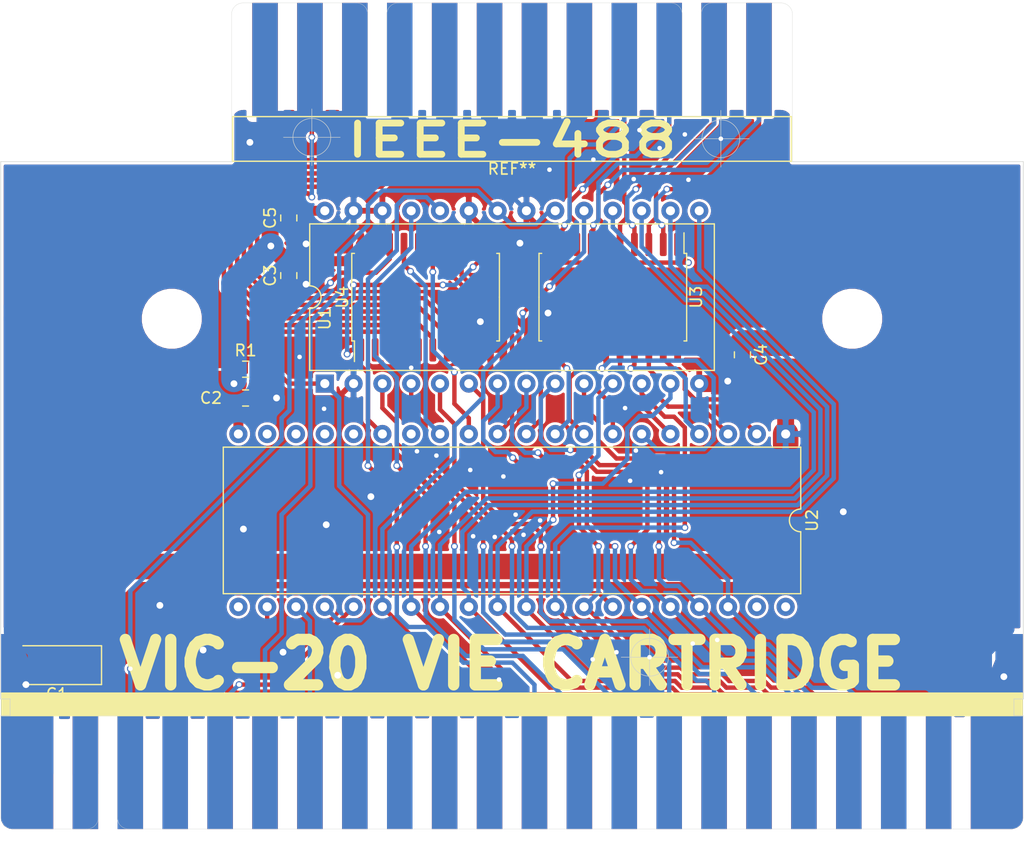
<source format=kicad_pcb>
(kicad_pcb (version 20171130) (host pcbnew "(5.1.9)-1")
  (layers (0 F.Cu signal) (31 B.Cu signal) (34 B.Paste user hide) (35 F.Paste user hide) (36 B.SilkS user hide) (37 F.SilkS user) (38 B.Mask user hide) (39 F.Mask user hide) (44 Edge.Cuts user))
  (net 0 "")
  (net 1 /SRQ)
  (net 2 /~SRQ~IN)
  (net 3 /F~IRQ)
  (net 4 /~IRQ)
  (net 5 /ED0)
  (net 6 /ED1)
  (net 7 /ED2)
  (net 8 /ED3)
  (net 9 /EOI)
  (net 10 /DAV)
  (net 11 /NRFD)
  (net 12 /NDAC)
  (net 13 /IFC)
  (net 14 /ATN)
  (net 15 GND)
  (net 16 +5V)
  (net 17 /PULLHI)
  (net 18 /CD3)
  (net 19 /CD4)
  (net 20 /CA7)
  (net 21 /CD5)
  (net 22 /CA6)
  (net 23 /CD6)
  (net 24 /CA5)
  (net 25 /CD7)
  (net 26 /CA4)
  (net 27 /~IO3)
  (net 28 /CA3)
  (net 29 /CA2)
  (net 30 /CA1)
  (net 31 /CA0)
  (net 32 /CA9)
  (net 33 /CD0)
  (net 34 /CA8)
  (net 35 /CD1)
  (net 36 /CD2)
  (net 37 /PA0)
  (net 38 /CR~W)
  (net 39 /PA1)
  (net 40 /~IO2)
  (net 41 /PA2)
  (net 42 /PA3)
  (net 43 /SPhi2)
  (net 44 /PA4)
  (net 45 /PA5)
  (net 46 /PA6)
  (net 47 /PA7)
  (net 48 /TATN)
  (net 49 /TEOI)
  (net 50 /TDAV)
  (net 51 /TNDAC)
  (net 52 /TRFD)
  (net 53 /~RESET)
  (net 54 /TE)
  (net 55 /FPB6)
  (net 56 /FPB7)
  (net 57 /FCB1)
  (net 58 /FCB2)
  (net 59 /FCA2)
  (net 60 /FCA1)
  (net 61 /ED4)
  (net 62 /ED5)
  (net 63 /ED6)
  (net 64 /ED7)
  (net 65 /TREN)
  (net 66 /TNRFD)
  (net 67 /TSRQ)
  (net 68 /REN)
  (net 69 "Net-(X1-Pad20)")
  (net 70 "Net-(X1-Pad17)")
  (net 71 "Net-(X1-Pad16)")
  (net 72 "Net-(X1-Pad15)")
  (net 73 "Net-(X1-Pad14)")
  (net 74 "Net-(X1-Pad13)")
  (net 75 "Net-(X1-Pad12)")
  (net 76 "Net-(X1-Pad11)")
  (net 77 "Net-(X1-Pad10)")
  (net 78 "Net-(X1-PadY)")
  (net 79 "Net-(X1-PadW)")
  (net 80 /CA12)
  (net 81 /CA11)
  (net 82 /CA13)
  (net 83 /CA10)
  (module CPU2:VIC20_EXPANSION_CARD_2 (layer F.Cu) (at 149.86 123.74)
    (fp_text reference X1)
    (fp_text value VIC20_EXPANSION_PORT)
    (fp_line (start -45.06838 -9.99975) (end -45.06838 -1.0235) (layer Edge.Cuts) (width 0.0254))
    (fp_line (start 44.05 -0.0075) (end -33.7947 -0.00762) (layer Edge.Cuts) (width 0.0254))
    (fp_line (start 45.06625 -10) (end 45.06625 -1.02375) (layer Edge.Cuts) (width 0.0254))
    (fp_poly (pts (xy -43.60788 -0.071) (xy -44.30638 -0.071) (xy -44.75088 -0.325) (xy -45.00488 -0.7695) (xy -45.00488 -1.0235) (xy -45.00488 -17.1525) (xy -43.60788 -17.1525)) (layer F.Cu) (width 0.1))
    (fp_poly (pts (xy -43.60788 -0.071) (xy -44.30638 -0.071) (xy -44.75088 -0.325) (xy -45.00488 -0.7695) (xy -45.00488 -1.0235) (xy -45.00488 -17.1525) (xy -43.60788 -17.1525)) (layer B.Cu) (width 0.1))
    (fp_line (start -36.47669 -10.00012) (end -36.47669 -1.02387) (layer Edge.Cuts) (width 0.0254))
    (fp_line (start -34.8107 -9.99975) (end -34.8107 -1.0235) (layer Edge.Cuts) (width 0.0254))
    (fp_line (start -37.49294 -0.00738) (end -44.05238 -0.0075) (layer Edge.Cuts) (width 0.0254))
    (fp_line (start -34.8107 -10) (end -36.47669 -10.00012) (layer Edge.Cuts) (width 0.0254))
    (fp_arc (start 44.05 -1.0235) (end 45.066 -1.0235) (angle 90) (layer Edge.Cuts) (width 0.0254))
    (fp_arc (start -44.05238 -1.0235) (end -45.06838 -1.0235) (angle -90) (layer Edge.Cuts) (width 0.0254))
    (fp_arc (start -37.49294 -1.02362) (end -36.47694 -1.02362) (angle 90) (layer Edge.Cuts) (width 0.0254))
    (fp_arc (start -33.7947 -1.0235) (end -34.8107 -1.0235) (angle -90) (layer Edge.Cuts) (width 0.0254))
    (pad "" np_thru_hole circle (at 30 -45) (size 4.826 4.826) (drill 4.826) (layers *.Cu))
    (pad 2 connect rect (at 37.62 -5) (size 2.25 10) (layers F.Cu F.Mask) (net 33 /CD0))
    (pad 3 connect rect (at 33.66 -5) (size 2.25 10) (layers F.Cu F.Mask) (net 35 /CD1))
    (pad 4 connect rect (at 29.7 -5) (size 2.25 10) (layers F.Cu F.Mask) (net 36 /CD2))
    (pad 5 connect rect (at 25.74 -5) (size 2.25 10) (layers F.Cu F.Mask) (net 18 /CD3))
    (pad 6 connect rect (at 21.78 -5) (size 2.25 10) (layers F.Cu F.Mask) (net 19 /CD4))
    (pad 7 connect rect (at 17.82 -5) (size 2.25 10) (layers F.Cu F.Mask) (net 21 /CD5))
    (pad 8 connect rect (at 13.86 -5) (size 2.25 10) (layers F.Cu F.Mask) (net 23 /CD6))
    (pad 9 connect rect (at 9.9 -5) (size 2.25 10) (layers F.Cu F.Mask) (net 25 /CD7))
    (pad 10 connect rect (at 5.94 -5) (size 2.25 10) (layers F.Cu F.Mask) (net 77 "Net-(X1-Pad10)"))
    (pad 11 connect rect (at 1.98 -5) (size 2.25 10) (layers F.Cu F.Mask) (net 76 "Net-(X1-Pad11)"))
    (pad 12 connect rect (at -1.98 -5) (size 2.25 10) (layers F.Cu F.Mask) (net 75 "Net-(X1-Pad12)"))
    (pad 13 connect rect (at -5.94 -5) (size 2.25 10) (layers F.Cu F.Mask) (net 74 "Net-(X1-Pad13)"))
    (pad 14 connect rect (at -9.9 -5) (size 2.25 10) (layers F.Cu F.Mask) (net 73 "Net-(X1-Pad14)"))
    (pad 15 connect rect (at -13.86 -5) (size 2.25 10) (layers F.Cu F.Mask) (net 72 "Net-(X1-Pad15)"))
    (pad 16 connect rect (at -17.82 -5) (size 2.25 10) (layers F.Cu F.Mask) (net 71 "Net-(X1-Pad16)"))
    (pad 17 connect rect (at -21.78 -5) (size 2.25 10) (layers F.Cu F.Mask) (net 70 "Net-(X1-Pad17)"))
    (pad 18 connect rect (at -25.74 -5) (size 2.25 10) (layers F.Cu F.Mask) (net 38 /CR~W))
    (pad 19 connect rect (at -29.7 -5) (size 2.25 10) (layers F.Cu F.Mask) (net 4 /~IRQ))
    (pad 20 connect rect (at -33.66 -5) (size 2.25 10) (layers F.Cu F.Mask) (net 69 "Net-(X1-Pad20)"))
    (pad 21 connect rect (at -37.62 -5) (size 2.25 10) (layers F.Cu F.Mask) (net 16 +5V))
    (pad 1 connect custom (at 41.58 -5) (size 2.25 10) (layers F.Cu F.Mask) (net 15 GND) (options (clearance outline) (anchor rect)) (primitives (gr_poly (pts (xy -0.94 -4.98) (xy 0.98 4.95) (xy 2.55 4.95) (xy 2.92 4.83) (xy 3.21 4.61) (xy 3.41 4.2305) (xy 3.42 3.9765) (xy 3.42 -12.1525) (xy 2.023 -12.1525)) (width 0.1))))
    (pad 22 connect custom (at -41.58 -5 180) (size 2.25 10) (layers F.Cu B.Mask) (net 15 GND) (options (clearance outline) (anchor rect)) (primitives (gr_poly (pts (xy -0.94 4.98) (xy 0.98 -4.95) (xy 2.55 -4.95) (xy 2.92 -4.83) (xy 3.21 -4.61) (xy 3.41 -4.2305) (xy 3.42 -3.9765) (xy 3.42 12.1525) (xy 2.023 12.1525)) (width 0.1))))
    (pad A connect custom (at 41.58 -5) (size 2.25 10) (layers B.Cu) (net 15 GND) (options (clearance outline) (anchor rect)) (primitives (gr_poly (pts (xy -0.94 -4.98) (xy 0.98 4.95) (xy 2.55 4.95) (xy 2.92 4.83) (xy 3.21 4.61) (xy 3.41 4.2305) (xy 3.42 3.9765) (xy 3.42 -12.1525) (xy 2.023 -12.1525)) (width 0.1))))
    (pad Z connect custom (at -41.58 -5 180) (size 2.25 10) (layers B.Cu) (net 15 GND) (options (clearance outline) (anchor rect)) (primitives (gr_poly (pts (xy -0.94 4.98) (xy 0.98 -4.95) (xy 2.55 -4.95) (xy 2.92 -4.83) (xy 3.21 -4.61) (xy 3.41 -4.2305) (xy 3.42 -3.9765) (xy 3.42 12.1525) (xy 2.023 12.1525)) (width 0.1))))
    (pad B connect rect (at 37.62 -5 180) (size 2.25 10) (layers B.Cu B.Mask) (net 31 /CA0))
    (pad C connect rect (at 33.66 -5 180) (size 2.25 10) (layers B.Cu B.Mask) (net 30 /CA1))
    (pad D connect rect (at 29.7 -5 180) (size 2.25 10) (layers B.Cu B.Mask) (net 29 /CA2))
    (pad E connect rect (at 25.74 -5 180) (size 2.25 10) (layers B.Cu B.Mask) (net 28 /CA3))
    (pad H connect rect (at 17.82 -5 180) (size 2.25 10) (layers B.Cu B.Mask) (net 24 /CA5))
    (pad R connect rect (at -9.9 -5 180) (size 2.25 10) (layers B.Cu B.Mask) (net 80 /CA12))
    (pad S connect rect (at -13.86 -5 180) (size 2.25 10) (layers B.Cu B.Mask) (net 82 /CA13))
    (pad U connect rect (at -21.78 -5 180) (size 2.25 10) (layers B.Cu B.Mask) (net 27 /~IO3))
    (pad K connect rect (at 9.9 -5 180) (size 2.25 10) (layers B.Cu B.Mask) (net 20 /CA7))
    (pad F connect rect (at 21.78 -5 180) (size 2.25 10) (layers B.Cu B.Mask) (net 26 /CA4))
    (pad L connect rect (at 5.94 -5 180) (size 2.25 10) (layers B.Cu B.Mask) (net 34 /CA8))
    (pad P connect rect (at -5.94 -5 180) (size 2.25 10) (layers B.Cu B.Mask) (net 81 /CA11))
    (pad T connect rect (at -17.82 -5 180) (size 2.25 10) (layers B.Cu B.Mask) (net 40 /~IO2))
    (pad J connect rect (at 13.86 -5 180) (size 2.25 10) (layers B.Cu B.Mask) (net 22 /CA6))
    (pad M connect rect (at 1.98 -5 180) (size 2.25 10) (layers B.Cu B.Mask) (net 32 /CA9))
    (pad V connect rect (at -25.74 -5 180) (size 2.25 10) (layers B.Cu B.Mask) (net 43 /SPhi2))
    (pad W connect rect (at -29.7 -5 180) (size 2.25 10) (layers B.Cu B.Mask) (net 79 "Net-(X1-PadW)"))
    (pad N connect rect (at -1.98 -5 180) (size 2.25 10) (layers B.Cu B.Mask) (net 83 /CA10))
    (pad X connect rect (at -33.66 -5 180) (size 2.25 10) (layers B.Cu B.Mask) (net 53 /~RESET))
    (pad Y connect rect (at -37.62 -5 180) (size 2.25 10) (layers B.Cu B.Mask) (net 78 "Net-(X1-PadY)"))
    (pad "" np_thru_hole circle (at -30 -45) (size 4.826 4.826) (drill 4.826) (layers *.Cu))
  )
  (module CPU2:IEEE-488_CARD_EDGE (layer F.Cu) (at 149.86 50.88 180)
    (fp_text reference MEDGE1)
    (fp_text value IEEE-488)
    (fp_line (start 11.04646 -9.99975) (end 12.7127 -9.99975) (layer Edge.Cuts) (width 0.0254))
    (fp_line (start -16.6751 -9.99987) (end -15.00632 -9.99987) (layer Edge.Cuts) (width 0.0254))
    (fp_line (start 13.7287 -0.0075) (end 23.71344 -0.0075) (layer Edge.Cuts) (width 0.0254))
    (fp_line (start -13.99032 -0.0075) (end 10.03046 -0.0075) (layer Edge.Cuts) (width 0.0254))
    (fp_line (start -16.6751 -9.99987) (end -16.6751 -1.02362) (layer Edge.Cuts) (width 0.0254))
    (fp_line (start 11.04646 -9.99975) (end 11.04646 -1.0235) (layer Edge.Cuts) (width 0.0254))
    (fp_line (start -15.00632 -10) (end -15.00632 -1.02375) (layer Edge.Cuts) (width 0.0254))
    (fp_line (start 12.7127 -9.99975) (end 12.7127 -1.02375) (layer Edge.Cuts) (width 0.0254))
    (fp_line (start 24.73101 -14) (end 24.73101 -1.0235) (layer Edge.Cuts) (width 0.0254))
    (fp_line (start -23.71476 -0.0075) (end -17.6911 -0.0075) (layer Edge.Cuts) (width 0.0254))
    (fp_line (start -24.73101 -14) (end -24.73101 -1.02375) (layer Edge.Cuts) (width 0.0254))
    (fp_arc (start -23.71476 -1.0235) (end -24.73076 -1.0235) (angle -90) (layer Edge.Cuts) (width 0.0254))
    (fp_arc (start 23.71501 -1.0235) (end 24.73101 -1.0235) (angle 90) (layer Edge.Cuts) (width 0.0254))
    (fp_text user REF** (at 0 -14.64056 180) (layer F.SilkS))
    (fp_arc (start 13.7287 -1.0235) (end 12.7127 -1.0235) (angle -90) (layer Edge.Cuts) (width 0.0254))
    (fp_arc (start -13.99032 -1.02362) (end -15.00632 -1.02362) (angle -90) (layer Edge.Cuts) (width 0.0254))
    (fp_arc (start 10.03046 -1.0235) (end 11.04646 -1.0235) (angle 90) (layer Edge.Cuts) (width 0.0254))
    (fp_arc (start -17.6911 -1.02362) (end -16.6751 -1.02362) (angle 90) (layer Edge.Cuts) (width 0.0254))
    (fp_text user IEEE-488 (at 0 -12.112) (layer F.SilkS) (effects (font (size 2.75 4) (thickness 0.6))))
    (pad 1 connect rect (at -21.78 -5 180) (size 2.25 10) (layers F.Cu F.Mask) (net 5 /ED0))
    (pad 2 connect rect (at -17.82 -5 180) (size 2.25 10) (layers F.Cu F.Mask) (net 6 /ED1))
    (pad 3 connect rect (at -13.86 -5 180) (size 2.25 10) (layers F.Cu F.Mask) (net 7 /ED2))
    (pad 4 connect rect (at -9.9 -5 180) (size 2.25 10) (layers F.Cu F.Mask) (net 8 /ED3))
    (pad 5 connect rect (at -5.94 -5 180) (size 2.25 10) (layers F.Cu F.Mask) (net 9 /EOI))
    (pad 6 connect rect (at -1.98 -5 180) (size 2.25 10) (layers F.Cu F.Mask) (net 10 /DAV))
    (pad 7 connect rect (at 1.98 -5 180) (size 2.25 10) (layers F.Cu F.Mask) (net 11 /NRFD))
    (pad 8 connect rect (at 5.94 -5 180) (size 2.25 10) (layers F.Cu F.Mask) (net 12 /NDAC))
    (pad 9 connect rect (at 9.9 -5 180) (size 2.25 10) (layers F.Cu F.Mask) (net 13 /IFC))
    (pad 10 connect rect (at 13.86 -5 180) (size 2.25 10) (layers F.Cu F.Mask) (net 2 /~SRQ~IN))
    (pad 11 connect rect (at 17.82 -5 180) (size 2.25 10) (layers F.Cu F.Mask) (net 14 /ATN))
    (pad 12 connect rect (at 21.78 -5 180) (size 2.25 10) (layers F.Cu F.Mask) (net 15 GND))
    (pad 14B connect rect (at -17.82 -5) (size 2.25 10) (layers B.Cu B.Mask) (net 62 /ED5))
    (pad 21K connect rect (at 9.9 -5) (size 2.25 10) (layers B.Cu B.Mask) (net 15 GND))
    (pad 22L connect rect (at 13.86 -5) (size 2.25 10) (layers B.Cu B.Mask) (net 15 GND))
    (pad 24N connect rect (at 21.78 -5) (size 2.25 10) (layers B.Cu B.Mask) (net 15 GND))
    (pad 16D connect rect (at -9.9 -5) (size 2.25 10) (layers B.Cu B.Mask) (net 64 /ED7))
    (pad 13A connect rect (at -21.78 -5) (size 2.25 10) (layers B.Cu B.Mask) (net 61 /ED4))
    (pad 17E connect rect (at -5.94 -5) (size 2.25 10) (layers B.Cu B.Mask) (net 15 GND))
    (pad 20J connect rect (at 5.94 -5) (size 2.25 10) (layers B.Cu B.Mask) (net 15 GND))
    (pad 23M connect rect (at 17.82 -5) (size 2.25 10) (layers B.Cu B.Mask) (net 15 GND))
    (pad 15C connect rect (at -13.86 -5) (size 2.25 10) (layers B.Cu B.Mask) (net 63 /ED6))
    (pad 18F connect rect (at -1.98 -5) (size 2.25 10) (layers B.Cu B.Mask) (net 15 GND))
    (pad 19H connect rect (at 1.98 -5) (size 2.25 10) (layers B.Cu B.Mask) (net 15 GND))
  )
  (module Resistor_SMD:R_0805_2012Metric_Pad1.15x1.40mm_HandSolder (layer F.Cu) (at 126.365 83.185)
    (fp_text reference R1 (at 0 -1.65) (layer F.SilkS))
    (fp_text value 3k3)
    (pad 1 smd roundrect (at -1.025 0) (size 1.15 1.4) (layers F.Cu F.Paste F.Mask) (roundrect_rratio 0.2173904347826087) (net 16 +5V))
    (pad 2 smd roundrect (at 1.025 0) (size 1.15 1.4) (layers F.Cu F.Paste F.Mask) (roundrect_rratio 0.2173904347826087) (net 17 /PULLHI))
  )
  (module Package_DIP:DIP-28_W15.24mm (layer F.Cu) (at 133.35 84.455 90)
    (fp_text reference U1 (at 5.715 0 90) (layer F.SilkS))
    (fp_text value 27C256)
    (pad 1 thru_hole rect (at 0 0 90) (size 1.6 1.6) (drill 0.8) (layers *.Cu *.Mask) (net 17 /PULLHI))
    (pad 15 thru_hole oval (at 15.24 33.02 90) (size 1.6 1.6) (drill 0.8) (layers *.Cu *.Mask) (net 18 /CD3))
    (pad 2 thru_hole oval (at 0 2.54 90) (size 1.6 1.6) (drill 0.8) (layers *.Cu *.Mask) (net 15 GND))
    (pad 16 thru_hole oval (at 15.24 30.48 90) (size 1.6 1.6) (drill 0.8) (layers *.Cu *.Mask) (net 19 /CD4))
    (pad 3 thru_hole oval (at 0 5.08 90) (size 1.6 1.6) (drill 0.8) (layers *.Cu *.Mask) (net 20 /CA7))
    (pad 17 thru_hole oval (at 15.24 27.94 90) (size 1.6 1.6) (drill 0.8) (layers *.Cu *.Mask) (net 21 /CD5))
    (pad 4 thru_hole oval (at 0 7.62 90) (size 1.6 1.6) (drill 0.8) (layers *.Cu *.Mask) (net 22 /CA6))
    (pad 18 thru_hole oval (at 15.24 25.4 90) (size 1.6 1.6) (drill 0.8) (layers *.Cu *.Mask) (net 23 /CD6))
    (pad 5 thru_hole oval (at 0 10.16 90) (size 1.6 1.6) (drill 0.8) (layers *.Cu *.Mask) (net 24 /CA5))
    (pad 19 thru_hole oval (at 15.24 22.86 90) (size 1.6 1.6) (drill 0.8) (layers *.Cu *.Mask) (net 25 /CD7))
    (pad 6 thru_hole oval (at 0 12.7 90) (size 1.6 1.6) (drill 0.8) (layers *.Cu *.Mask) (net 26 /CA4))
    (pad 20 thru_hole oval (at 15.24 20.32 90) (size 1.6 1.6) (drill 0.8) (layers *.Cu *.Mask) (net 27 /~IO3))
    (pad 7 thru_hole oval (at 0 15.24 90) (size 1.6 1.6) (drill 0.8) (layers *.Cu *.Mask) (net 28 /CA3))
    (pad 21 thru_hole oval (at 15.24 17.78 90) (size 1.6 1.6) (drill 0.8) (layers *.Cu *.Mask) (net 15 GND))
    (pad 8 thru_hole oval (at 0 17.78 90) (size 1.6 1.6) (drill 0.8) (layers *.Cu *.Mask) (net 29 /CA2))
    (pad 22 thru_hole oval (at 15.24 15.24 90) (size 1.6 1.6) (drill 0.8) (layers *.Cu *.Mask) (net 27 /~IO3))
    (pad 9 thru_hole oval (at 0 20.32 90) (size 1.6 1.6) (drill 0.8) (layers *.Cu *.Mask) (net 30 /CA1))
    (pad 23 thru_hole oval (at 15.24 12.7 90) (size 1.6 1.6) (drill 0.8) (layers *.Cu *.Mask) (net 15 GND))
    (pad 10 thru_hole oval (at 0 22.86 90) (size 1.6 1.6) (drill 0.8) (layers *.Cu *.Mask) (net 31 /CA0))
    (pad 24 thru_hole oval (at 15.24 10.16 90) (size 1.6 1.6) (drill 0.8) (layers *.Cu *.Mask) (net 32 /CA9))
    (pad 11 thru_hole oval (at 0 25.4 90) (size 1.6 1.6) (drill 0.8) (layers *.Cu *.Mask) (net 33 /CD0))
    (pad 25 thru_hole oval (at 15.24 7.62 90) (size 1.6 1.6) (drill 0.8) (layers *.Cu *.Mask) (net 34 /CA8))
    (pad 12 thru_hole oval (at 0 27.94 90) (size 1.6 1.6) (drill 0.8) (layers *.Cu *.Mask) (net 35 /CD1))
    (pad 26 thru_hole oval (at 15.24 5.08 90) (size 1.6 1.6) (drill 0.8) (layers *.Cu *.Mask) (net 15 GND))
    (pad 13 thru_hole oval (at 0 30.48 90) (size 1.6 1.6) (drill 0.8) (layers *.Cu *.Mask) (net 36 /CD2))
    (pad 27 thru_hole oval (at 15.24 2.54 90) (size 1.6 1.6) (drill 0.8) (layers *.Cu *.Mask) (net 15 GND))
    (pad 14 thru_hole oval (at 0 33.02 90) (size 1.6 1.6) (drill 0.8) (layers *.Cu *.Mask) (net 15 GND))
    (pad 28 thru_hole oval (at 15.24 0 90) (size 1.6 1.6) (drill 0.8) (layers *.Cu *.Mask) (net 16 +5V))
  )
  (module Package_DIP:DIP-40_W15.24mm (layer F.Cu) (at 173.99 88.9 270)
    (fp_text reference U2 (at 7.62 -2.33 90) (layer F.SilkS))
    (fp_text value W65C22VIA-40DIP)
    (pad 1 thru_hole rect (at 0 0 270) (size 1.6 1.6) (drill 0.8) (layers *.Cu *.Mask) (net 15 GND))
    (pad 21 thru_hole oval (at 15.24 48.26 270) (size 1.6 1.6) (drill 0.8) (layers *.Cu *.Mask) (net 3 /F~IRQ))
    (pad 2 thru_hole oval (at 0 2.54 270) (size 1.6 1.6) (drill 0.8) (layers *.Cu *.Mask) (net 37 /PA0))
    (pad 22 thru_hole oval (at 15.24 45.72 270) (size 1.6 1.6) (drill 0.8) (layers *.Cu *.Mask) (net 38 /CR~W))
    (pad 3 thru_hole oval (at 0 5.08 270) (size 1.6 1.6) (drill 0.8) (layers *.Cu *.Mask) (net 39 /PA1))
    (pad 23 thru_hole oval (at 15.24 43.18 270) (size 1.6 1.6) (drill 0.8) (layers *.Cu *.Mask) (net 40 /~IO2))
    (pad 4 thru_hole oval (at 0 7.62 270) (size 1.6 1.6) (drill 0.8) (layers *.Cu *.Mask) (net 41 /PA2))
    (pad 24 thru_hole oval (at 15.24 40.64 270) (size 1.6 1.6) (drill 0.8) (layers *.Cu *.Mask) (net 17 /PULLHI))
    (pad 5 thru_hole oval (at 0 10.16 270) (size 1.6 1.6) (drill 0.8) (layers *.Cu *.Mask) (net 42 /PA3))
    (pad 25 thru_hole oval (at 15.24 38.1 270) (size 1.6 1.6) (drill 0.8) (layers *.Cu *.Mask) (net 43 /SPhi2))
    (pad 6 thru_hole oval (at 0 12.7 270) (size 1.6 1.6) (drill 0.8) (layers *.Cu *.Mask) (net 44 /PA4))
    (pad 26 thru_hole oval (at 15.24 35.56 270) (size 1.6 1.6) (drill 0.8) (layers *.Cu *.Mask) (net 25 /CD7))
    (pad 7 thru_hole oval (at 0 15.24 270) (size 1.6 1.6) (drill 0.8) (layers *.Cu *.Mask) (net 45 /PA5))
    (pad 27 thru_hole oval (at 15.24 33.02 270) (size 1.6 1.6) (drill 0.8) (layers *.Cu *.Mask) (net 23 /CD6))
    (pad 8 thru_hole oval (at 0 17.78 270) (size 1.6 1.6) (drill 0.8) (layers *.Cu *.Mask) (net 46 /PA6))
    (pad 28 thru_hole oval (at 15.24 30.48 270) (size 1.6 1.6) (drill 0.8) (layers *.Cu *.Mask) (net 21 /CD5))
    (pad 9 thru_hole oval (at 0 20.32 270) (size 1.6 1.6) (drill 0.8) (layers *.Cu *.Mask) (net 47 /PA7))
    (pad 29 thru_hole oval (at 15.24 27.94 270) (size 1.6 1.6) (drill 0.8) (layers *.Cu *.Mask) (net 19 /CD4))
    (pad 10 thru_hole oval (at 0 22.86 270) (size 1.6 1.6) (drill 0.8) (layers *.Cu *.Mask) (net 48 /TATN))
    (pad 30 thru_hole oval (at 15.24 25.4 270) (size 1.6 1.6) (drill 0.8) (layers *.Cu *.Mask) (net 18 /CD3))
    (pad 11 thru_hole oval (at 0 25.4 270) (size 1.6 1.6) (drill 0.8) (layers *.Cu *.Mask) (net 49 /TEOI))
    (pad 31 thru_hole oval (at 15.24 22.86 270) (size 1.6 1.6) (drill 0.8) (layers *.Cu *.Mask) (net 36 /CD2))
    (pad 12 thru_hole oval (at 0 27.94 270) (size 1.6 1.6) (drill 0.8) (layers *.Cu *.Mask) (net 50 /TDAV))
    (pad 32 thru_hole oval (at 15.24 20.32 270) (size 1.6 1.6) (drill 0.8) (layers *.Cu *.Mask) (net 35 /CD1))
    (pad 13 thru_hole oval (at 0 30.48 270) (size 1.6 1.6) (drill 0.8) (layers *.Cu *.Mask) (net 51 /TNDAC))
    (pad 33 thru_hole oval (at 15.24 17.78 270) (size 1.6 1.6) (drill 0.8) (layers *.Cu *.Mask) (net 33 /CD0))
    (pad 14 thru_hole oval (at 0 33.02 270) (size 1.6 1.6) (drill 0.8) (layers *.Cu *.Mask) (net 52 /TRFD))
    (pad 34 thru_hole oval (at 15.24 15.24 270) (size 1.6 1.6) (drill 0.8) (layers *.Cu *.Mask) (net 53 /~RESET))
    (pad 15 thru_hole oval (at 0 35.56 270) (size 1.6 1.6) (drill 0.8) (layers *.Cu *.Mask) (net 54 /TE))
    (pad 35 thru_hole oval (at 15.24 12.7 270) (size 1.6 1.6) (drill 0.8) (layers *.Cu *.Mask) (net 28 /CA3))
    (pad 16 thru_hole oval (at 0 38.1 270) (size 1.6 1.6) (drill 0.8) (layers *.Cu *.Mask) (net 55 /FPB6))
    (pad 36 thru_hole oval (at 15.24 10.16 270) (size 1.6 1.6) (drill 0.8) (layers *.Cu *.Mask) (net 29 /CA2))
    (pad 17 thru_hole oval (at 0 40.64 270) (size 1.6 1.6) (drill 0.8) (layers *.Cu *.Mask) (net 56 /FPB7))
    (pad 37 thru_hole oval (at 15.24 7.62 270) (size 1.6 1.6) (drill 0.8) (layers *.Cu *.Mask) (net 30 /CA1))
    (pad 18 thru_hole oval (at 0 43.18 270) (size 1.6 1.6) (drill 0.8) (layers *.Cu *.Mask) (net 57 /FCB1))
    (pad 38 thru_hole oval (at 15.24 5.08 270) (size 1.6 1.6) (drill 0.8) (layers *.Cu *.Mask) (net 31 /CA0))
    (pad 19 thru_hole oval (at 0 45.72 270) (size 1.6 1.6) (drill 0.8) (layers *.Cu *.Mask) (net 58 /FCB2))
    (pad 39 thru_hole oval (at 15.24 2.54 270) (size 1.6 1.6) (drill 0.8) (layers *.Cu *.Mask) (net 59 /FCA2))
    (pad 20 thru_hole oval (at 0 48.26 270) (size 1.6 1.6) (drill 0.8) (layers *.Cu *.Mask) (net 16 +5V))
    (pad 40 thru_hole oval (at 15.24 0 270) (size 1.6 1.6) (drill 0.8) (layers *.Cu *.Mask) (net 60 /FCA1))
  )
  (module Package_SO:SOIC-20W_7.5x12.8mm_P1.27mm (layer F.Cu) (at 158.75 76.835 270)
    (fp_text reference U3 (at 0 -7.35 270) (layer F.SilkS))
    (fp_text value SN75160BDW)
    (pad 1 smd roundrect (at -4.65 -5.715 270) (size 2.05 0.6) (layers F.Cu F.Paste F.Mask) (net 54 /TE))
    (pad 2 smd roundrect (at -4.65 -4.445 270) (size 2.05 0.6) (layers F.Cu F.Paste F.Mask) (net 5 /ED0))
    (pad 3 smd roundrect (at -4.65 -3.175 270) (size 2.05 0.6) (layers F.Cu F.Paste F.Mask) (net 6 /ED1))
    (pad 4 smd roundrect (at -4.65 -1.905 270) (size 2.05 0.6) (layers F.Cu F.Paste F.Mask) (net 7 /ED2))
    (pad 5 smd roundrect (at -4.65 -0.635 270) (size 2.05 0.6) (layers F.Cu F.Paste F.Mask) (net 8 /ED3))
    (pad 6 smd roundrect (at -4.65 0.635 270) (size 2.05 0.6) (layers F.Cu F.Paste F.Mask) (net 61 /ED4))
    (pad 7 smd roundrect (at -4.65 1.905 270) (size 2.05 0.6) (layers F.Cu F.Paste F.Mask) (net 62 /ED5))
    (pad 8 smd roundrect (at -4.65 3.175 270) (size 2.05 0.6) (layers F.Cu F.Paste F.Mask) (net 63 /ED6))
    (pad 9 smd roundrect (at -4.65 4.445 270) (size 2.05 0.6) (layers F.Cu F.Paste F.Mask) (net 64 /ED7))
    (pad 10 smd roundrect (at -4.65 5.715 270) (size 2.05 0.6) (layers F.Cu F.Paste F.Mask) (net 15 GND))
    (pad 11 smd roundrect (at 4.65 5.715 270) (size 2.05 0.6) (layers F.Cu F.Paste F.Mask) (net 15 GND))
    (pad 12 smd roundrect (at 4.65 4.445 270) (size 2.05 0.6) (layers F.Cu F.Paste F.Mask) (net 47 /PA7))
    (pad 13 smd roundrect (at 4.65 3.175 270) (size 2.05 0.6) (layers F.Cu F.Paste F.Mask) (net 46 /PA6))
    (pad 14 smd roundrect (at 4.65 1.905 270) (size 2.05 0.6) (layers F.Cu F.Paste F.Mask) (net 45 /PA5))
    (pad 15 smd roundrect (at 4.65 0.635 270) (size 2.05 0.6) (layers F.Cu F.Paste F.Mask) (net 44 /PA4))
    (pad 16 smd roundrect (at 4.65 -0.635 270) (size 2.05 0.6) (layers F.Cu F.Paste F.Mask) (net 42 /PA3))
    (pad 17 smd roundrect (at 4.65 -1.905 270) (size 2.05 0.6) (layers F.Cu F.Paste F.Mask) (net 41 /PA2))
    (pad 18 smd roundrect (at 4.65 -3.175 270) (size 2.05 0.6) (layers F.Cu F.Paste F.Mask) (net 39 /PA1))
    (pad 19 smd roundrect (at 4.65 -4.445 270) (size 2.05 0.6) (layers F.Cu F.Paste F.Mask) (net 37 /PA0))
    (pad 20 smd roundrect (at 4.65 -5.715 270) (size 2.05 0.6) (layers F.Cu F.Paste F.Mask) (net 16 +5V))
  )
  (module Package_SO:SOIC-20W_7.5x12.8mm_P1.27mm (layer F.Cu) (at 142.24 76.835 90)
    (fp_text reference U4 (at 0 -7.35 270) (layer F.SilkS))
    (fp_text value SN75161BDW)
    (pad 20 smd roundrect (at 4.65 -5.715 90) (size 2.05 0.6) (layers F.Cu F.Paste F.Mask) (net 16 +5V))
    (pad 19 smd roundrect (at 4.65 -4.445 90) (size 2.05 0.6) (layers F.Cu F.Paste F.Mask) (net 65 /TREN))
    (pad 18 smd roundrect (at 4.65 -3.175 90) (size 2.05 0.6) (layers F.Cu F.Paste F.Mask) (net 53 /~RESET))
    (pad 17 smd roundrect (at 4.65 -1.905 90) (size 2.05 0.6) (layers F.Cu F.Paste F.Mask) (net 51 /TNDAC))
    (pad 16 smd roundrect (at 4.65 -0.635 90) (size 2.05 0.6) (layers F.Cu F.Paste F.Mask) (net 66 /TNRFD))
    (pad 15 smd roundrect (at 4.65 0.635 90) (size 2.05 0.6) (layers F.Cu F.Paste F.Mask) (net 50 /TDAV))
    (pad 14 smd roundrect (at 4.65 1.905 90) (size 2.05 0.6) (layers F.Cu F.Paste F.Mask) (net 49 /TEOI))
    (pad 13 smd roundrect (at 4.65 3.175 90) (size 2.05 0.6) (layers F.Cu F.Paste F.Mask) (net 48 /TATN))
    (pad 12 smd roundrect (at 4.65 4.445 90) (size 2.05 0.6) (layers F.Cu F.Paste F.Mask) (net 67 /TSRQ))
    (pad 11 smd roundrect (at 4.65 5.715 90) (size 2.05 0.6) (layers F.Cu F.Paste F.Mask) (net 15 GND))
    (pad 10 smd roundrect (at -4.65 5.715 90) (size 2.05 0.6) (layers F.Cu F.Paste F.Mask) (net 15 GND))
    (pad 9 smd roundrect (at -4.65 4.445 90) (size 2.05 0.6) (layers F.Cu F.Paste F.Mask) (net 1 /SRQ))
    (pad 8 smd roundrect (at -4.65 3.175 90) (size 2.05 0.6) (layers F.Cu F.Paste F.Mask) (net 14 /ATN))
    (pad 7 smd roundrect (at -4.65 1.905 90) (size 2.05 0.6) (layers F.Cu F.Paste F.Mask) (net 9 /EOI))
    (pad 6 smd roundrect (at -4.65 0.635 90) (size 2.05 0.6) (layers F.Cu F.Paste F.Mask) (net 10 /DAV))
    (pad 5 smd roundrect (at -4.65 -0.635 90) (size 2.05 0.6) (layers F.Cu F.Paste F.Mask) (net 11 /NRFD))
    (pad 4 smd roundrect (at -4.65 -1.905 90) (size 2.05 0.6) (layers F.Cu F.Paste F.Mask) (net 12 /NDAC))
    (pad 3 smd roundrect (at -4.65 -3.175 90) (size 2.05 0.6) (layers F.Cu F.Paste F.Mask) (net 13 /IFC))
    (pad 2 smd roundrect (at -4.65 -4.445 90) (size 2.05 0.6) (layers F.Cu F.Paste F.Mask) (net 68 /REN))
    (pad 1 smd roundrect (at -4.65 -5.715 90) (size 2.05 0.6) (layers F.Cu F.Paste F.Mask) (net 54 /TE))
  )
  (module Capacitor_Tantalum_SMD:CP_EIA-6032-28_Kemet-C_Pad2.25x2.35mm_HandSolder (layer F.Cu) (at 109.728 109.2835 180)
    (fp_text reference C1 (at 0 -2.55) (layer F.SilkS))
    (fp_text value 22u)
    (pad 1 smd roundrect (at -2.55 0 180) (size 2.25 2.35) (layers F.Cu F.Paste F.Mask) (roundrect_rratio 0.1111106666666667) (net 16 +5V))
    (pad 2 smd roundrect (at 2.55 0 180) (size 2.25 2.35) (layers F.Cu F.Paste F.Mask) (roundrect_rratio 0.1111106666666667) (net 15 GND))
  )
  (module Capacitor_SMD:C_0805_2012Metric_Pad1.15x1.40mm_HandSolder (layer F.Cu) (at 126.365 85.725)
    (fp_text reference C2 (at -3.048 0) (layer F.SilkS))
    (fp_text value 0.1u)
    (pad 1 smd roundrect (at -1.025 0) (size 1.15 1.4) (layers F.Cu F.Paste F.Mask) (roundrect_rratio 0.2173904347826087) (net 16 +5V))
    (pad 2 smd roundrect (at 1.025 0) (size 1.15 1.4) (layers F.Cu F.Paste F.Mask) (roundrect_rratio 0.2173904347826087) (net 15 GND))
  )
  (module Capacitor_SMD:C_0805_2012Metric_Pad1.15x1.40mm_HandSolder (layer F.Cu) (at 130.175 74.93 270)
    (fp_text reference C3 (at 0 1.651 90) (layer F.SilkS))
    (fp_text value 0.1u)
    (pad 2 smd roundrect (at 1.025 0 270) (size 1.15 1.4) (layers F.Cu F.Paste F.Mask) (roundrect_rratio 0.2173904347826087) (net 15 GND))
    (pad 1 smd roundrect (at -1.025 0 270) (size 1.15 1.4) (layers F.Cu F.Paste F.Mask) (roundrect_rratio 0.2173904347826087) (net 16 +5V))
  )
  (module Capacitor_SMD:C_0805_2012Metric_Pad1.15x1.40mm_HandSolder (layer F.Cu) (at 170.18 81.915 270)
    (fp_text reference C4 (at 0 -1.65 90) (layer F.SilkS))
    (fp_text value 0.1u)
    (pad 1 smd roundrect (at -1.025 0 270) (size 1.15 1.4) (layers F.Cu F.Paste F.Mask) (roundrect_rratio 0.2173904347826087) (net 16 +5V))
    (pad 2 smd roundrect (at 1.025 0 270) (size 1.15 1.4) (layers F.Cu F.Paste F.Mask) (roundrect_rratio 0.2173904347826087) (net 15 GND))
  )
  (module Capacitor_SMD:C_0805_2012Metric_Pad1.15x1.40mm_HandSolder (layer F.Cu) (at 130.175 69.85 270)
    (fp_text reference C5 (at 0 1.651 90) (layer F.SilkS))
    (fp_text value 0.1u)
    (pad 2 smd roundrect (at 1.025 0 270) (size 1.15 1.4) (layers F.Cu F.Paste F.Mask) (roundrect_rratio 0.2173904347826087) (net 15 GND))
    (pad 1 smd roundrect (at -1.025 0 270) (size 1.15 1.4) (layers F.Cu F.Paste F.Mask) (roundrect_rratio 0.2173904347826087) (net 16 +5V))
  )
  (target plus (at 161.9885 108.585) (size 5) (width 0.05) (layer Edge.Cuts))
  (target plus (at 168.275 62.865) (size 5) (width 0.05) (layer Edge.Cuts))
  (target plus (at 132.207 62.738) (size 5) (width 0.05) (layer Edge.Cuts))
  (gr_text "VIC-20 VIE CARTRIDGE" (at 149.86 109.22) (layer F.SilkS) (effects (font (size 4 4) (thickness 1))))
  (gr_line (start 194.945 64.88) (end 174.59101 64.88) (layer Edge.Cuts) (width 0.05))
  (gr_line (start 194.945 112.268) (end 194.945 64.88) (layer Edge.Cuts) (width 0.05))
  (gr_line (start 104.775 64.88) (end 125.12899 64.88) (layer Edge.Cuts) (width 0.05))
  (gr_line (start 104.775 112.268) (end 104.775 64.88) (layer Edge.Cuts) (width 0.05))
  (gr_line (start 105.6005 113.7285) (end 104.79162 113.74025) (layer Edge.Cuts) (width 0.05))
  (gr_line (start 105.6005 112.268) (end 105.6005 113.7285) (layer Edge.Cuts) (width 0.05))
  (gr_line (start 105.6005 112.268) (end 104.775 112.268) (layer Edge.Cuts) (width 0.05))
  (gr_line (start 194.945 112.268) (end 194.1195 112.268) (layer Edge.Cuts) (width 0.05))
  (gr_line (start 194.1195 113.7285) (end 194.1195 112.268) (layer Edge.Cuts) (width 0.05))
  (gr_line (start 194.92625 113.74) (end 194.1195 113.7285) (layer Edge.Cuts) (width 0.05))
  (segment (start 171.64 55.88) (end 171.64 61.7225) (width 0.388) (layer F.Cu) (net 5))
  (segment (start 171.64 61.7225) (end 166.0525 67.31) (width 0.388) (layer F.Cu) (net 5))
  (segment (start 166.0525 67.31) (end 163.5125 67.31) (width 0.388) (layer F.Cu) (net 5))
  (segment (start 163.5125 67.31) (end 163.5125 67.31) (width 0.388) (layer F.Cu) (net 5))
  (via (at 163.5125 67.31) (size 0.6) (drill 0.4) (layers F.Cu B.Cu) (net 5))
  (segment (start 163.5125 67.31) (end 162.56 68.2625) (width 0.388) (layer B.Cu) (net 5))
  (segment (start 162.56 68.2625) (end 162.56 69.977) (width 0.388) (layer B.Cu) (net 5))
  (segment (start 162.56 69.977) (end 163.068 70.485) (width 0.388) (layer B.Cu) (net 5))
  (segment (start 163.068 70.485) (end 163.068 70.485) (width 0.388) (layer B.Cu) (net 5))
  (via (at 163.068 70.485) (size 0.6) (drill 0.4) (layers F.Cu B.Cu) (net 5))
  (segment (start 163.195 70.612) (end 163.068 70.485) (width 0.388) (layer F.Cu) (net 5))
  (segment (start 163.195 72.185) (end 163.195 70.612) (width 0.388) (layer F.Cu) (net 5))
  (segment (start 167.68 55.88) (end 167.68 61.428) (width 0.388) (layer F.Cu) (net 6))
  (segment (start 167.68 61.428) (end 162.56 66.548) (width 0.388) (layer F.Cu) (net 6))
  (segment (start 162.56 66.548) (end 162.56 69.85) (width 0.388) (layer F.Cu) (net 6))
  (segment (start 161.925 70.485) (end 161.925 72.185) (width 0.388) (layer F.Cu) (net 6))
  (segment (start 162.56 69.85) (end 161.925 70.485) (width 0.388) (layer F.Cu) (net 6))
  (segment (start 163.72 55.88) (end 163.72 64.372) (width 0.388) (layer F.Cu) (net 7))
  (segment (start 163.72 64.372) (end 160.782 67.31) (width 0.388) (layer F.Cu) (net 7))
  (segment (start 160.782 67.31) (end 160.782 67.31) (width 0.388) (layer F.Cu) (net 7))
  (via (at 160.782 67.31) (size 0.6) (drill 0.4) (layers F.Cu B.Cu) (net 7))
  (segment (start 160.782 67.31) (end 160.02 68.072) (width 0.388) (layer B.Cu) (net 7))
  (segment (start 160.02 68.072) (end 160.02 70.0405) (width 0.388) (layer B.Cu) (net 7))
  (segment (start 160.02 70.0405) (end 160.4645 70.485) (width 0.388) (layer B.Cu) (net 7))
  (segment (start 160.4645 70.485) (end 160.4645 70.485) (width 0.388) (layer B.Cu) (net 7))
  (via (at 160.4645 70.485) (size 0.6) (drill 0.4) (layers F.Cu B.Cu) (net 7))
  (segment (start 160.655 70.6755) (end 160.4645 70.485) (width 0.388) (layer F.Cu) (net 7))
  (segment (start 160.655 72.185) (end 160.655 70.6755) (width 0.388) (layer F.Cu) (net 7))
  (segment (start 159.944001 68.641879) (end 159.944001 69.862499) (width 0.388) (layer F.Cu) (net 8))
  (segment (start 159.76 68.457878) (end 159.944001 68.641879) (width 0.388) (layer F.Cu) (net 8))
  (segment (start 159.76 55.88) (end 159.76 68.457878) (width 0.388) (layer F.Cu) (net 8))
  (segment (start 159.385 70.4215) (end 159.385 72.185) (width 0.388) (layer F.Cu) (net 8))
  (segment (start 159.944001 69.862499) (end 159.385 70.4215) (width 0.388) (layer F.Cu) (net 8))
  (segment (start 144.145 81.485) (end 144.145 80.2005) (width 0.388) (layer F.Cu) (net 9))
  (segment (start 155.2575 62.357) (end 155.8 61.8145) (width 0.388) (layer F.Cu) (net 9))
  (segment (start 144.145 80.2005) (end 141.46149 77.51699) (width 0.388) (layer F.Cu) (net 9))
  (segment (start 138.347804 67.09898) (end 140.817752 64.62903) (width 0.388) (layer F.Cu) (net 9))
  (segment (start 141.46149 77.51699) (end 129.26949 77.51699) (width 0.388) (layer F.Cu) (net 9))
  (segment (start 150.976051 63.91402) (end 152.53307 62.357) (width 0.388) (layer F.Cu) (net 9))
  (segment (start 129.26452 77.51202) (end 129.214679 77.51202) (width 0.388) (layer F.Cu) (net 9))
  (segment (start 129.214679 77.51202) (end 126.80497 75.102311) (width 0.388) (layer F.Cu) (net 9))
  (segment (start 126.80497 75.102311) (end 126.80497 69.05407) (width 0.388) (layer F.Cu) (net 9))
  (segment (start 155.8 61.8145) (end 155.8 55.88) (width 0.388) (layer F.Cu) (net 9))
  (segment (start 126.80497 69.05407) (end 128.76006 67.09898) (width 0.388) (layer F.Cu) (net 9))
  (segment (start 128.76006 67.09898) (end 138.347804 67.09898) (width 0.388) (layer F.Cu) (net 9))
  (segment (start 152.53307 62.357) (end 155.2575 62.357) (width 0.388) (layer F.Cu) (net 9))
  (segment (start 144.574692 63.91402) (end 150.976051 63.91402) (width 0.388) (layer F.Cu) (net 9))
  (segment (start 129.26949 77.51699) (end 129.26452 77.51202) (width 0.388) (layer F.Cu) (net 9))
  (segment (start 140.817752 64.62903) (end 143.859683 64.62903) (width 0.388) (layer F.Cu) (net 9))
  (segment (start 143.859683 64.62903) (end 144.574692 63.91402) (width 0.388) (layer F.Cu) (net 9))
  (segment (start 150.73249 63.32601) (end 151.84 62.2185) (width 0.388) (layer F.Cu) (net 10))
  (segment (start 144.331132 63.32601) (end 150.73249 63.32601) (width 0.388) (layer F.Cu) (net 10))
  (segment (start 143.616122 64.04102) (end 144.331132 63.32601) (width 0.388) (layer F.Cu) (net 10))
  (segment (start 140.574192 64.04102) (end 143.616122 64.04102) (width 0.388) (layer F.Cu) (net 10))
  (segment (start 138.104243 66.51097) (end 140.574192 64.04102) (width 0.388) (layer F.Cu) (net 10))
  (segment (start 128.516499 66.51097) (end 138.104243 66.51097) (width 0.388) (layer F.Cu) (net 10))
  (segment (start 126.21696 68.810509) (end 128.516499 66.51097) (width 0.388) (layer F.Cu) (net 10))
  (segment (start 126.21696 75.345872) (end 126.21696 68.810509) (width 0.388) (layer F.Cu) (net 10))
  (segment (start 151.84 62.2185) (end 151.84 55.88) (width 0.388) (layer F.Cu) (net 10))
  (segment (start 128.976088 78.105) (end 126.21696 75.345872) (width 0.388) (layer F.Cu) (net 10))
  (segment (start 140.52 78.105) (end 128.976088 78.105) (width 0.388) (layer F.Cu) (net 10))
  (segment (start 142.875 80.46) (end 140.52 78.105) (width 0.388) (layer F.Cu) (net 10))
  (segment (start 142.875 81.485) (end 142.875 80.46) (width 0.388) (layer F.Cu) (net 10))
  (segment (start 147.88 62.2415) (end 147.88 55.88) (width 0.388) (layer F.Cu) (net 11))
  (segment (start 141.605 81.485) (end 141.605 80.46) (width 0.388) (layer F.Cu) (net 11))
  (segment (start 139.885 78.74) (end 139.885 78.7345) (width 0.388) (layer F.Cu) (net 11))
  (segment (start 147.3835 62.738) (end 147.88 62.2415) (width 0.388) (layer F.Cu) (net 11))
  (segment (start 141.605 80.46) (end 139.885 78.74) (width 0.388) (layer F.Cu) (net 11))
  (segment (start 143.372561 63.45301) (end 144.087571 62.738) (width 0.388) (layer F.Cu) (net 11))
  (segment (start 139.84351 78.69301) (end 128.732527 78.69301) (width 0.388) (layer F.Cu) (net 11))
  (segment (start 128.732527 78.69301) (end 125.62895 75.589433) (width 0.388) (layer F.Cu) (net 11))
  (segment (start 140.330632 63.45301) (end 143.372561 63.45301) (width 0.388) (layer F.Cu) (net 11))
  (segment (start 139.885 78.7345) (end 139.84351 78.69301) (width 0.388) (layer F.Cu) (net 11))
  (segment (start 125.62895 75.589433) (end 125.62895 68.566948) (width 0.388) (layer F.Cu) (net 11))
  (segment (start 125.62895 68.566948) (end 128.272938 65.92296) (width 0.388) (layer F.Cu) (net 11))
  (segment (start 128.272938 65.92296) (end 137.860682 65.92296) (width 0.388) (layer F.Cu) (net 11))
  (segment (start 137.860682 65.92296) (end 140.330632 63.45301) (width 0.388) (layer F.Cu) (net 11))
  (segment (start 144.087571 62.738) (end 147.3835 62.738) (width 0.388) (layer F.Cu) (net 11))
  (segment (start 140.087071 62.865) (end 143.129 62.865) (width 0.388) (layer F.Cu) (net 12))
  (segment (start 143.92 62.074) (end 143.92 55.88) (width 0.388) (layer F.Cu) (net 12))
  (segment (start 128.029378 65.33495) (end 137.617121 65.33495) (width 0.388) (layer F.Cu) (net 12))
  (segment (start 128.502936 79.294989) (end 125.040941 75.832994) (width 0.388) (layer F.Cu) (net 12))
  (segment (start 139.169989 79.294989) (end 128.502936 79.294989) (width 0.388) (layer F.Cu) (net 12))
  (segment (start 143.129 62.865) (end 143.92 62.074) (width 0.388) (layer F.Cu) (net 12))
  (segment (start 125.040941 68.323387) (end 128.029378 65.33495) (width 0.388) (layer F.Cu) (net 12))
  (segment (start 125.040941 75.832994) (end 125.040941 68.323387) (width 0.388) (layer F.Cu) (net 12))
  (segment (start 140.335 80.46) (end 139.169989 79.294989) (width 0.388) (layer F.Cu) (net 12))
  (segment (start 137.617121 65.33495) (end 140.087071 62.865) (width 0.388) (layer F.Cu) (net 12))
  (segment (start 140.335 81.485) (end 140.335 80.46) (width 0.388) (layer F.Cu) (net 12))
  (segment (start 137.37356 64.74694) (end 139.96 62.1605) (width 0.388) (layer F.Cu) (net 13))
  (segment (start 127.785816 64.74694) (end 137.37356 64.74694) (width 0.388) (layer F.Cu) (net 13))
  (segment (start 124.45293 68.079826) (end 127.785816 64.74694) (width 0.388) (layer F.Cu) (net 13))
  (segment (start 124.45293 76.076555) (end 124.45293 68.079826) (width 0.388) (layer F.Cu) (net 13))
  (segment (start 139.96 62.1605) (end 139.96 55.88) (width 0.388) (layer F.Cu) (net 13))
  (segment (start 128.259375 79.883) (end 124.45293 76.076555) (width 0.388) (layer F.Cu) (net 13))
  (segment (start 138.488 79.883) (end 128.259375 79.883) (width 0.388) (layer F.Cu) (net 13))
  (segment (start 139.065 80.46) (end 138.488 79.883) (width 0.388) (layer F.Cu) (net 13))
  (segment (start 139.065 81.485) (end 139.065 80.46) (width 0.388) (layer F.Cu) (net 13))
  (segment (start 129.003621 67.68699) (end 131.82199 67.68699) (width 0.388) (layer F.Cu) (net 14))
  (segment (start 127.39298 74.85875) (end 127.39298 69.297631) (width 0.388) (layer F.Cu) (net 14))
  (segment (start 129.45824 76.92401) (end 127.39298 74.85875) (width 0.388) (layer F.Cu) (net 14))
  (segment (start 127.39298 69.297631) (end 129.003621 67.68699) (width 0.388) (layer F.Cu) (net 14))
  (segment (start 142.08108 76.92401) (end 129.45824 76.92401) (width 0.388) (layer F.Cu) (net 14))
  (segment (start 145.415 80.25793) (end 142.08108 76.92401) (width 0.388) (layer F.Cu) (net 14))
  (segment (start 145.415 81.485) (end 145.415 80.25793) (width 0.388) (layer F.Cu) (net 14))
  (segment (start 131.82199 67.68699) (end 131.88549 67.68699) (width 0.388) (layer F.Cu) (net 14))
  (segment (start 131.88549 67.68699) (end 132.207 68.0085) (width 0.388) (layer F.Cu) (net 14))
  (segment (start 132.207 68.0085) (end 132.207 68.0085) (width 0.388) (layer F.Cu) (net 14))
  (via (at 132.207 68.0085) (size 0.6) (drill 0.4) (layers F.Cu B.Cu) (net 14))
  (segment (start 132.207 68.0085) (end 132.207 62.738) (width 0.388) (layer B.Cu) (net 14))
  (segment (start 132.207 62.738) (end 132.207 62.738) (width 0.388) (layer B.Cu) (net 14))
  (via (at 132.207 62.738) (size 0.6) (drill 0.4) (layers F.Cu B.Cu) (net 14))
  (segment (start 132.207 56.047) (end 132.04 55.88) (width 0.388) (layer F.Cu) (net 14))
  (segment (start 132.207 62.738) (end 132.207 56.047) (width 0.388) (layer F.Cu) (net 14))
  (via (at 193.2305 110.2995) (size 1) (drill 0.6) (layers F.Cu B.Cu) (net 15))
  (via (at 106.9975 110.998) (size 1) (drill 0.6) (layers F.Cu B.Cu) (net 15))
  (segment (start 130.175 70.875) (end 130.438 70.875) (width 0.88) (layer F.Cu) (net 15))
  (segment (start 130.438 70.875) (end 131.699 72.136) (width 0.88) (layer F.Cu) (net 15))
  (segment (start 131.699 72.136) (end 131.699 72.136) (width 0.88) (layer F.Cu) (net 15))
  (via (at 131.699 72.136) (size 1) (drill 0.6) (layers F.Cu B.Cu) (net 15))
  (segment (start 131.699 72.136) (end 131.699 75.692) (width 0.88) (layer B.Cu) (net 15))
  (segment (start 131.699 75.692) (end 131.699 75.692) (width 0.88) (layer B.Cu) (net 15))
  (via (at 131.699 75.692) (size 1) (drill 0.6) (layers F.Cu B.Cu) (net 15))
  (segment (start 131.699 75.692) (end 131.5085 75.692) (width 0.88) (layer F.Cu) (net 15))
  (segment (start 131.2455 75.955) (end 130.175 75.955) (width 0.88) (layer F.Cu) (net 15))
  (segment (start 131.5085 75.692) (end 131.2455 75.955) (width 0.88) (layer F.Cu) (net 15))
  (segment (start 131.699 72.136) (end 133.096 72.136) (width 0.388) (layer B.Cu) (net 15))
  (segment (start 135.89 69.342) (end 135.89 69.215) (width 0.388) (layer B.Cu) (net 15))
  (segment (start 133.096 72.136) (end 135.89 69.342) (width 0.388) (layer B.Cu) (net 15))
  (segment (start 168.665 84.455) (end 168.88275 84.23725) (width 1.488) (layer F.Cu) (net 15))
  (segment (start 166.37 84.455) (end 168.665 84.455) (width 1.488) (layer F.Cu) (net 15))
  (segment (start 170.18 82.94) (end 171.967 82.94) (width 1.488) (layer F.Cu) (net 15))
  (segment (start 173.99 84.963) (end 173.99 88.9) (width 1.488) (layer F.Cu) (net 15))
  (segment (start 171.967 82.94) (end 173.99 84.963) (width 1.488) (layer F.Cu) (net 15))
  (segment (start 108.28 110.3855) (end 107.178 109.2835) (width 1.488) (layer F.Cu) (net 15))
  (segment (start 108.28 118.74) (end 108.28 110.3855) (width 1.488) (layer F.Cu) (net 15))
  (segment (start 135.89 55.99) (end 136 55.88) (width 0.388) (layer B.Cu) (net 15))
  (segment (start 128.08 55.88) (end 128.08 61.405) (width 0.388) (layer B.Cu) (net 15))
  (segment (start 128.08 61.405) (end 128.8415 62.1665) (width 0.388) (layer B.Cu) (net 15))
  (segment (start 128.8415 62.1665) (end 131.699 62.1665) (width 0.388) (layer B.Cu) (net 15))
  (segment (start 132.04 61.8255) (end 132.04 55.88) (width 0.388) (layer B.Cu) (net 15))
  (segment (start 131.699 62.1665) (end 132.04 61.8255) (width 0.388) (layer B.Cu) (net 15))
  (segment (start 139.96 55.88) (end 139.96 61.347) (width 0.388) (layer B.Cu) (net 15))
  (segment (start 139.96 61.347) (end 140.6525 62.0395) (width 0.388) (layer B.Cu) (net 15))
  (segment (start 140.6525 62.0395) (end 143.51 62.0395) (width 0.388) (layer B.Cu) (net 15))
  (segment (start 143.92 61.6295) (end 143.92 55.88) (width 0.388) (layer B.Cu) (net 15))
  (segment (start 143.51 62.0395) (end 143.92 61.6295) (width 0.388) (layer B.Cu) (net 15))
  (segment (start 147.88 55.88) (end 147.88 61.3295) (width 0.388) (layer B.Cu) (net 15))
  (segment (start 147.88 61.3295) (end 148.717 62.1665) (width 0.388) (layer B.Cu) (net 15))
  (segment (start 148.717 62.1665) (end 151.384 62.1665) (width 0.388) (layer B.Cu) (net 15))
  (segment (start 151.84 61.7105) (end 151.84 55.88) (width 0.388) (layer B.Cu) (net 15))
  (segment (start 151.384 62.1665) (end 151.84 61.7105) (width 0.388) (layer B.Cu) (net 15))
  (segment (start 155.8 55.88) (end 155.8 61.751) (width 0.388) (layer B.Cu) (net 15))
  (segment (start 155.8 61.751) (end 155.3845 62.1665) (width 0.388) (layer B.Cu) (net 15))
  (segment (start 152.296 62.1665) (end 151.84 61.7105) (width 0.388) (layer B.Cu) (net 15))
  (segment (start 155.3845 62.1665) (end 152.296 62.1665) (width 0.388) (layer B.Cu) (net 15))
  (segment (start 147.88 61.289) (end 147.1295 62.0395) (width 0.388) (layer B.Cu) (net 15))
  (segment (start 144.33 62.0395) (end 143.92 61.6295) (width 0.388) (layer B.Cu) (net 15))
  (segment (start 139.96 55.88) (end 139.96 61.3985) (width 0.388) (layer B.Cu) (net 15))
  (segment (start 139.96 61.3985) (end 139.319 62.0395) (width 0.388) (layer B.Cu) (net 15))
  (segment (start 139.319 62.0395) (end 136.7155 62.0395) (width 0.388) (layer B.Cu) (net 15))
  (segment (start 135.89 61.214) (end 135.89 61.087) (width 0.388) (layer B.Cu) (net 15))
  (segment (start 136.7155 62.0395) (end 135.89 61.214) (width 0.388) (layer B.Cu) (net 15))
  (segment (start 135.89 61.087) (end 135.89 55.99) (width 0.388) (layer B.Cu) (net 15))
  (segment (start 135.89 69.215) (end 135.89 61.087) (width 0.388) (layer B.Cu) (net 15))
  (segment (start 135.89 61.087) (end 135.89 61.1505) (width 0.388) (layer B.Cu) (net 15))
  (segment (start 135.89 61.1505) (end 135.001 62.0395) (width 0.388) (layer B.Cu) (net 15))
  (segment (start 132.254 62.0395) (end 132.04 61.8255) (width 0.388) (layer B.Cu) (net 15))
  (segment (start 135.001 62.0395) (end 132.254 62.0395) (width 0.388) (layer B.Cu) (net 15))
  (segment (start 151.13 62.4205) (end 151.384 62.1665) (width 0.388) (layer B.Cu) (net 15))
  (segment (start 146.05 62.2935) (end 145.796 62.0395) (width 0.388) (layer B.Cu) (net 15))
  (segment (start 145.796 62.0395) (end 144.33 62.0395) (width 0.388) (layer B.Cu) (net 15))
  (segment (start 147.1295 62.0395) (end 145.796 62.0395) (width 0.388) (layer B.Cu) (net 15))
  (segment (start 153.035 72.185) (end 153.035 71.4375) (width 0.488) (layer F.Cu) (net 15))
  (segment (start 151.13 69.5325) (end 151.13 69.215) (width 0.488) (layer F.Cu) (net 15))
  (segment (start 153.035 71.4375) (end 151.13 69.5325) (width 0.488) (layer F.Cu) (net 15))
  (segment (start 147.955 72.185) (end 147.955 71.374) (width 0.488) (layer F.Cu) (net 15))
  (segment (start 146.05 69.469) (end 146.05 69.215) (width 0.488) (layer F.Cu) (net 15))
  (segment (start 147.955 71.374) (end 146.05 69.469) (width 0.488) (layer F.Cu) (net 15))
  (segment (start 135.749202 84.455) (end 135.89 84.455) (width 0.488) (layer F.Cu) (net 15))
  (segment (start 134.479202 85.725) (end 135.749202 84.455) (width 0.488) (layer F.Cu) (net 15))
  (segment (start 127.39 85.725) (end 129.0955 85.725) (width 0.488) (layer F.Cu) (net 15))
  (segment (start 193.421 101.727) (end 193.421 106.045) (width 1.488) (layer B.Cu) (net 15))
  (segment (start 191.44 108.026) (end 191.44 118.74) (width 1.488) (layer B.Cu) (net 15))
  (segment (start 193.421 106.045) (end 191.44 108.026) (width 1.488) (layer B.Cu) (net 15))
  (segment (start 193.2305 106.2355) (end 193.421 106.045) (width 1.488) (layer B.Cu) (net 15))
  (segment (start 193.2305 110.2995) (end 193.2305 106.2355) (width 1.488) (layer B.Cu) (net 15))
  (segment (start 129.0955 85.725) (end 134.479202 85.725) (width 0.488) (layer F.Cu) (net 15))
  (via (at 129.0955 85.725) (size 1) (drill 0.6) (layers F.Cu B.Cu) (net 15))
  (segment (start 128.595501 86.224999) (end 124.468001 86.224999) (width 1.488) (layer B.Cu) (net 15))
  (segment (start 129.0955 85.725) (end 128.595501 86.224999) (width 1.488) (layer B.Cu) (net 15))
  (segment (start 124.468001 86.224999) (end 106.172 104.521) (width 1.488) (layer B.Cu) (net 15))
  (segment (start 106.172 104.521) (end 106.172 106.3625) (width 1.488) (layer B.Cu) (net 15))
  (segment (start 108.28 108.4705) (end 106.172 106.3625) (width 1.488) (layer B.Cu) (net 15))
  (segment (start 108.28 118.74) (end 108.28 108.4705) (width 1.488) (layer B.Cu) (net 15))
  (segment (start 108.28 112.2805) (end 106.9975 110.998) (width 1.488) (layer B.Cu) (net 15))
  (segment (start 108.28 118.74) (end 108.28 112.2805) (width 1.488) (layer B.Cu) (net 15))
  (segment (start 128.08 55.88) (end 128.08 61.8485) (width 1.488) (layer B.Cu) (net 15))
  (segment (start 126.746 63.1825) (end 126.746 63.1825) (width 1.488) (layer B.Cu) (net 15))
  (via (at 126.746 63.1825) (size 1) (drill 0.6) (layers F.Cu B.Cu) (net 15))
  (segment (start 126.746 63.1825) (end 128.08 61.8485) (width 1.488) (layer B.Cu) (net 15))
  (segment (start 126.746 63.1825) (end 128.778 61.1505) (width 1.488) (layer B.Cu) (net 15))
  (segment (start 136.065058 61.1505) (end 136.751018 61.83646) (width 1.488) (layer B.Cu) (net 15))
  (segment (start 128.778 61.1505) (end 136.065058 61.1505) (width 1.488) (layer B.Cu) (net 15))
  (segment (start 155.8 60.735) (end 155.8 55.88) (width 1.488) (layer B.Cu) (net 15))
  (segment (start 154.69854 61.83646) (end 155.8 60.735) (width 1.488) (layer B.Cu) (net 15))
  (segment (start 139.96 61.2835) (end 140.51296 61.83646) (width 1.488) (layer B.Cu) (net 15))
  (segment (start 139.96 55.88) (end 139.96 61.2835) (width 1.488) (layer B.Cu) (net 15))
  (segment (start 136.751018 61.83646) (end 140.51296 61.83646) (width 1.488) (layer B.Cu) (net 15))
  (segment (start 143.92 61.5025) (end 143.58604 61.83646) (width 1.488) (layer B.Cu) (net 15))
  (segment (start 143.92 55.88) (end 143.92 61.5025) (width 1.488) (layer B.Cu) (net 15))
  (segment (start 140.51296 61.83646) (end 143.58604 61.83646) (width 1.488) (layer B.Cu) (net 15))
  (segment (start 147.88 55.88) (end 147.88 61.289) (width 1.488) (layer B.Cu) (net 15))
  (segment (start 151.84 61.4565) (end 151.46004 61.83646) (width 1.488) (layer B.Cu) (net 15))
  (segment (start 151.84 55.88) (end 151.84 61.4565) (width 1.488) (layer B.Cu) (net 15))
  (segment (start 151.46004 61.83646) (end 154.69854 61.83646) (width 1.488) (layer B.Cu) (net 15))
  (segment (start 147.88 61.7335) (end 147.77704 61.83646) (width 1.488) (layer B.Cu) (net 15))
  (segment (start 147.88 55.88) (end 147.88 61.7335) (width 1.488) (layer B.Cu) (net 15))
  (segment (start 147.77704 61.83646) (end 151.46004 61.83646) (width 1.488) (layer B.Cu) (net 15))
  (segment (start 143.58604 61.83646) (end 147.77704 61.83646) (width 1.488) (layer B.Cu) (net 15))
  (segment (start 126.746 64.633377) (end 125.402877 65.9765) (width 1.488) (layer B.Cu) (net 15))
  (segment (start 126.746 63.1825) (end 126.746 64.633377) (width 1.488) (layer B.Cu) (net 15))
  (segment (start 106.172 77.6605) (end 106.172 104.521) (width 1.488) (layer B.Cu) (net 15))
  (segment (start 117.856 65.9765) (end 106.172 77.6605) (width 1.488) (layer B.Cu) (net 15))
  (segment (start 125.402877 65.9765) (end 117.856 65.9765) (width 1.488) (layer B.Cu) (net 15))
  (segment (start 173.99 88.9) (end 173.99 90.678) (width 2.25) (layer F.Cu) (net 15))
  (segment (start 173.99 90.678) (end 179.07 95.758) (width 2.25) (layer F.Cu) (net 15))
  (segment (start 179.07 95.758) (end 179.07 95.758) (width 2.25) (layer F.Cu) (net 15))
  (via (at 179.07 95.758) (size 1) (drill 0.6) (layers F.Cu B.Cu) (net 15))
  (segment (start 187.452 95.758) (end 193.421 101.727) (width 2.25) (layer B.Cu) (net 15))
  (segment (start 179.07 95.758) (end 187.452 95.758) (width 2.25) (layer B.Cu) (net 15))
  (segment (start 128.714499 86.106001) (end 128.714499 85.725) (width 2.25) (layer B.Cu) (net 15))
  (segment (start 128.28749 86.53301) (end 128.714499 86.106001) (width 2.25) (layer B.Cu) (net 15))
  (segment (start 124.951988 86.53301) (end 128.28749 86.53301) (width 2.25) (layer B.Cu) (net 15))
  (segment (start 108.28 103.204998) (end 124.951988 86.53301) (width 2.25) (layer B.Cu) (net 15))
  (segment (start 108.28 118.74) (end 108.28 103.204998) (width 2.25) (layer B.Cu) (net 15))
  (segment (start 131.699 75.575796) (end 131.640898 75.633898) (width 2.25) (layer B.Cu) (net 15))
  (segment (start 131.699 72.136) (end 131.699 75.575796) (width 2.25) (layer B.Cu) (net 15))
  (segment (start 168.88275 84.23725) (end 170.18 82.94) (width 1.488) (layer F.Cu) (net 15))
  (via (at 168.88275 84.23725) (size 1) (drill 0.6) (layers F.Cu B.Cu) (net 15))
  (segment (start 168.88275 83.530144) (end 163.902106 78.5495) (width 1.488) (layer B.Cu) (net 15))
  (segment (start 168.88275 84.23725) (end 168.88275 83.530144) (width 1.488) (layer B.Cu) (net 15))
  (segment (start 163.902106 78.5495) (end 153.3525 78.5495) (width 1.488) (layer B.Cu) (net 15))
  (segment (start 150.5585 75.7555) (end 150.5585 72.0725) (width 1.488) (layer B.Cu) (net 15))
  (segment (start 150.5585 72.0725) (end 150.5585 72.0725) (width 1.488) (layer B.Cu) (net 15))
  (via (at 150.5585 72.0725) (size 1) (drill 0.6) (layers F.Cu B.Cu) (net 15))
  (segment (start 149.049 72.185) (end 147.955 72.185) (width 0.488) (layer F.Cu) (net 15))
  (segment (start 149.1615 72.0725) (end 149.049 72.185) (width 0.488) (layer F.Cu) (net 15))
  (segment (start 150.5585 72.0725) (end 149.1615 72.0725) (width 0.488) (layer F.Cu) (net 15))
  (segment (start 151.814 72.185) (end 153.035 72.185) (width 0.488) (layer F.Cu) (net 15))
  (segment (start 151.7015 72.0725) (end 151.814 72.185) (width 0.488) (layer F.Cu) (net 15))
  (segment (start 150.5585 72.0725) (end 151.7015 72.0725) (width 0.488) (layer F.Cu) (net 15))
  (segment (start 153.035 81.485) (end 153.035 78.867) (width 0.488) (layer F.Cu) (net 15))
  (segment (start 153.035 78.867) (end 153.035 78.232) (width 0.488) (layer F.Cu) (net 15))
  (segment (start 153.035 78.232) (end 153.035 78.232) (width 0.488) (layer F.Cu) (net 15))
  (via (at 153.035 78.232) (size 1) (drill 0.6) (layers F.Cu B.Cu) (net 15))
  (segment (start 135.89 69.215) (end 138.43 69.215) (width 0.488) (layer F.Cu) (net 15))
  (segment (start 135.89 68.08363) (end 135.89 69.215) (width 0.388) (layer B.Cu) (net 15))
  (segment (start 137.128651 66.844979) (end 135.89 68.08363) (width 0.388) (layer B.Cu) (net 15))
  (segment (start 148.759979 66.844979) (end 137.128651 66.844979) (width 0.388) (layer B.Cu) (net 15))
  (segment (start 151.13 69.215) (end 148.759979 66.844979) (width 0.388) (layer B.Cu) (net 15))
  (segment (start 113.960509 69.871991) (end 106.172 77.6605) (width 2.25) (layer B.Cu) (net 15))
  (segment (start 130.142097 69.871991) (end 113.960509 69.871991) (width 2.25) (layer B.Cu) (net 15))
  (segment (start 131.699 71.428894) (end 130.142097 69.871991) (width 2.25) (layer B.Cu) (net 15))
  (segment (start 131.699 72.136) (end 131.699 71.428894) (width 2.25) (layer B.Cu) (net 15))
  (segment (start 106.172 78.74) (end 106.172 106.3625) (width 2.25) (layer B.Cu) (net 15))
  (segment (start 106.172 77.6605) (end 106.172 78.74) (width 2.25) (layer B.Cu) (net 15))
  (segment (start 147.955 81.485) (end 147.955 79.883) (width 0.388) (layer F.Cu) (net 15))
  (segment (start 147.955 79.883) (end 147.066 78.994) (width 0.388) (layer F.Cu) (net 15))
  (segment (start 147.066 78.994) (end 147.066 78.994) (width 0.388) (layer F.Cu) (net 15))
  (via (at 147.066 78.994) (size 1) (drill 0.6) (layers F.Cu B.Cu) (net 15))
  (segment (start 150.5585 75.5015) (end 150.5585 72.0725) (width 2.25) (layer B.Cu) (net 15))
  (segment (start 151.1935 76.3905) (end 149.6695 76.3905) (width 1.488) (layer B.Cu) (net 15))
  (segment (start 152.5905 77.7875) (end 151.1935 76.3905) (width 1.488) (layer B.Cu) (net 15))
  (segment (start 149.6695 76.3905) (end 150.5585 75.5015) (width 2.25) (layer B.Cu) (net 15))
  (segment (start 147.066 78.994) (end 149.6695 76.3905) (width 2.25) (layer B.Cu) (net 15))
  (segment (start 153.3525 78.5495) (end 152.5905 77.7875) (width 1.488) (layer B.Cu) (net 15))
  (segment (start 152.5905 77.7875) (end 150.5585 75.7555) (width 1.488) (layer B.Cu) (net 15))
  (segment (start 128.08 61.8485) (end 126.746 63.1825) (width 1.488) (layer F.Cu) (net 15))
  (segment (start 128.08 55.88) (end 128.08 61.8485) (width 1.488) (layer F.Cu) (net 15))
  (via (at 122.6185 107.95) (size 1) (drill 0.6) (layers F.Cu B.Cu) (net 15))
  (via (at 118.8085 104.013) (size 1) (drill 0.6) (layers F.Cu B.Cu) (net 15))
  (via (at 126.1745 97.282) (size 1) (drill 0.6) (layers F.Cu B.Cu) (net 15))
  (via (at 133.477 96.901) (size 1) (drill 0.6) (layers F.Cu B.Cu) (net 15))
  (via (at 137.414 94.4245) (size 1) (drill 0.6) (layers F.Cu B.Cu) (net 15))
  (via (at 134.493 110.1725) (size 1) (drill 0.6) (layers F.Cu B.Cu) (net 15))
  (via (at 129.667 108.1405) (size 1) (drill 0.6) (layers F.Cu B.Cu) (net 15))
  (via (at 165.4175 66.4845) (size 0.6) (drill 0.4) (layers F.Cu B.Cu) (net 15))
  (via (at 160.5915 66.421) (size 0.6) (drill 0.4) (layers F.Cu B.Cu) (net 15))
  (via (at 162.8775 63.6905) (size 0.6) (drill 0.4) (layers F.Cu B.Cu) (net 15))
  (via (at 165.1 62.484) (size 0.6) (drill 0.4) (layers F.Cu B.Cu) (net 15))
  (via (at 161.0995 62.103) (size 0.6) (drill 0.4) (layers F.Cu B.Cu) (net 15))
  (via (at 131.1275 82.1055) (size 0.6) (drill 0.4) (layers F.Cu B.Cu) (net 15))
  (via (at 133.2865 86.6775) (size 0.6) (drill 0.4) (layers F.Cu B.Cu) (net 15))
  (via (at 143.4465 97.536) (size 0.6) (drill 0.4) (layers F.Cu B.Cu) (net 15))
  (via (at 148.717 110.5535) (size 0.6) (drill 0.4) (layers F.Cu B.Cu) (net 15))
  (via (at 165.7985 107.3785) (size 0.6) (drill 0.4) (layers F.Cu B.Cu) (net 15))
  (via (at 167.9575 107.061) (size 0.6) (drill 0.4) (layers F.Cu B.Cu) (net 15))
  (via (at 161.9885 108.585) (size 0.6) (drill 0.4) (layers F.Cu B.Cu) (net 15))
  (via (at 156.972 108.7755) (size 0.6) (drill 0.4) (layers F.Cu B.Cu) (net 15))
  (via (at 159.0675 108.1405) (size 0.6) (drill 0.4) (layers F.Cu B.Cu) (net 15))
  (via (at 149.098 92.6465) (size 0.6) (drill 0.4) (layers F.Cu B.Cu) (net 15))
  (via (at 150.1775 96.012) (size 0.6) (drill 0.4) (layers F.Cu B.Cu) (net 15))
  (via (at 148.336 97.9805) (size 0.6) (drill 0.4) (layers F.Cu B.Cu) (net 15))
  (via (at 152.3365 96.52) (size 0.6) (drill 0.4) (layers F.Cu B.Cu) (net 15))
  (via (at 150.876 97.79) (size 0.6) (drill 0.4) (layers F.Cu B.Cu) (net 15))
  (via (at 160.782 90.3605) (size 0.6) (drill 0.4) (layers F.Cu B.Cu) (net 15))
  (via (at 159.8295 86.614) (size 0.6) (drill 0.4) (layers F.Cu B.Cu) (net 15))
  (via (at 140.97 83.058) (size 0.6) (drill 0.4) (layers F.Cu B.Cu) (net 15))
  (via (at 146.431 97.917) (size 0.6) (drill 0.4) (layers F.Cu B.Cu) (net 15))
  (via (at 146.177 92.075) (size 0.6) (drill 0.4) (layers F.Cu B.Cu) (net 15))
  (via (at 143.1925 90.805) (size 0.6) (drill 0.4) (layers F.Cu B.Cu) (net 15))
  (via (at 141.478 90.424) (size 0.6) (drill 0.4) (layers F.Cu B.Cu) (net 15))
  (via (at 163.0045 92.2655) (size 0.6) (drill 0.4) (layers F.Cu B.Cu) (net 15))
  (via (at 160.274 93.0275) (size 0.6) (drill 0.4) (layers F.Cu B.Cu) (net 15))
  (via (at 168.275 62.865) (size 0.6) (drill 0.4) (layers F.Cu B.Cu) (net 15))
  (via (at 157.0355 64.7065) (size 0.6) (drill 0.4) (layers F.Cu B.Cu) (net 15))
  (via (at 153.162 65.5955) (size 0.6) (drill 0.4) (layers F.Cu B.Cu) (net 15))
  (segment (start 112.24 109.3215) (end 112.278 109.2835) (width 1.488) (layer F.Cu) (net 16))
  (segment (start 112.24 118.74) (end 112.24 109.3215) (width 2.25) (layer F.Cu) (net 16))
  (segment (start 133.1685 73.905) (end 130.175 73.905) (width 0.88) (layer F.Cu) (net 16))
  (segment (start 133.4135 73.66) (end 133.1685 73.905) (width 0.88) (layer F.Cu) (net 16))
  (segment (start 135.89 73.66) (end 133.4135 73.66) (width 0.88) (layer F.Cu) (net 16))
  (segment (start 136.525 73.025) (end 135.89 73.66) (width 0.88) (layer F.Cu) (net 16))
  (segment (start 136.525 72.185) (end 136.525 73.025) (width 0.88) (layer F.Cu) (net 16))
  (segment (start 130.175 68.825) (end 131.4995 68.825) (width 0.88) (layer F.Cu) (net 16))
  (segment (start 131.8895 69.215) (end 133.35 69.215) (width 0.88) (layer F.Cu) (net 16))
  (segment (start 131.4995 68.825) (end 131.8895 69.215) (width 0.88) (layer F.Cu) (net 16))
  (segment (start 129.475 68.825) (end 130.175 68.825) (width 1.488) (layer F.Cu) (net 16))
  (segment (start 128.53099 69.76901) (end 129.475 68.825) (width 1.488) (layer F.Cu) (net 16))
  (segment (start 128.53099 72.26099) (end 128.53099 69.76901) (width 1.488) (layer F.Cu) (net 16))
  (segment (start 130.175 73.905) (end 128.592 72.322) (width 1.488) (layer F.Cu) (net 16))
  (segment (start 125.73 88.9) (end 125.73 86.5505) (width 0.88) (layer F.Cu) (net 16))
  (segment (start 125.34 86.1605) (end 125.34 85.725) (width 0.88) (layer F.Cu) (net 16))
  (segment (start 125.73 86.5505) (end 125.34 86.1605) (width 0.88) (layer F.Cu) (net 16))
  (segment (start 125.34 83.185) (end 125.34 84.464) (width 1.488) (layer F.Cu) (net 16))
  (segment (start 164.465 81.485) (end 167.435 81.485) (width 0.88) (layer F.Cu) (net 16))
  (segment (start 168.03 80.89) (end 170.18 80.89) (width 0.88) (layer F.Cu) (net 16))
  (segment (start 167.435 81.485) (end 168.03 80.89) (width 0.88) (layer F.Cu) (net 16))
  (segment (start 128.592 72.322) (end 128.53099 72.26099) (width 1.488) (layer F.Cu) (net 16))
  (via (at 128.592 72.322) (size 1) (drill 0.6) (layers F.Cu B.Cu) (net 16))
  (segment (start 125.34 84.464) (end 125.34 85.725) (width 1.488) (layer F.Cu) (net 16))
  (via (at 125.34 84.464) (size 1) (drill 0.6) (layers F.Cu B.Cu) (net 16))
  (segment (start 125.34 84.464) (end 125.34 75.574) (width 1.488) (layer B.Cu) (net 16))
  (segment (start 170.18 80.89) (end 173.0285 80.89) (width 1.488) (layer F.Cu) (net 16))
  (segment (start 112.278 93.081) (end 120.904 84.455) (width 2.25) (layer F.Cu) (net 16))
  (segment (start 125.331 84.455) (end 125.34 84.464) (width 2.25) (layer F.Cu) (net 16))
  (segment (start 120.904 84.455) (end 125.331 84.455) (width 2.25) (layer F.Cu) (net 16))
  (segment (start 112.278 109.2835) (end 112.278 104.13) (width 2.25) (layer F.Cu) (net 16))
  (segment (start 112.278 104.13) (end 112.278 93.081) (width 2.25) (layer F.Cu) (net 16))
  (segment (start 177.8635 83.1215) (end 175.632 80.89) (width 2.25) (layer F.Cu) (net 16))
  (segment (start 175.632 80.89) (end 173.0285 80.89) (width 2.25) (layer F.Cu) (net 16))
  (segment (start 179.197 83.1215) (end 177.8635 83.1215) (width 2.25) (layer F.Cu) (net 16))
  (segment (start 182.88 97.3455) (end 182.88 86.8045) (width 2.25) (layer F.Cu) (net 16))
  (segment (start 179.6415 100.584) (end 182.88 97.3455) (width 2.25) (layer F.Cu) (net 16))
  (segment (start 116.1415 100.584) (end 179.6415 100.584) (width 2.25) (layer F.Cu) (net 16))
  (segment (start 182.88 86.8045) (end 179.197 83.1215) (width 2.25) (layer F.Cu) (net 16))
  (segment (start 112.5955 104.13) (end 116.1415 100.584) (width 2.25) (layer F.Cu) (net 16))
  (segment (start 112.278 104.13) (end 112.5955 104.13) (width 2.25) (layer F.Cu) (net 16))
  (segment (start 172.824012 80.87099) (end 170.18 80.87099) (width 2.25) (layer F.Cu) (net 16))
  (segment (start 172.843022 80.89) (end 172.824012 80.87099) (width 2.25) (layer F.Cu) (net 16))
  (segment (start 173.0285 80.89) (end 172.843022 80.89) (width 2.25) (layer F.Cu) (net 16))
  (segment (start 128.592 72.322) (end 125.34 75.574) (width 2.25) (layer B.Cu) (net 16))
  (segment (start 125.34 75.574) (end 125.34 84.083) (width 2.25) (layer B.Cu) (net 16))
  (segment (start 127.39 83.185) (end 128.905 83.185) (width 0.388) (layer F.Cu) (net 17))
  (segment (start 130.175 84.455) (end 133.35 84.455) (width 0.388) (layer F.Cu) (net 17))
  (segment (start 128.905 83.185) (end 130.175 84.455) (width 0.388) (layer F.Cu) (net 17))
  (segment (start 134.62 85.725) (end 133.35 84.455) (width 0.388) (layer B.Cu) (net 17))
  (segment (start 134.62 93.472) (end 134.62 85.725) (width 0.388) (layer B.Cu) (net 17))
  (segment (start 137.16 96.012) (end 134.62 93.472) (width 0.388) (layer B.Cu) (net 17))
  (segment (start 137.16 104.637122) (end 137.16 96.012) (width 0.388) (layer B.Cu) (net 17))
  (segment (start 136.463121 105.334001) (end 137.16 104.637122) (width 0.388) (layer B.Cu) (net 17))
  (segment (start 134.544001 105.334001) (end 136.463121 105.334001) (width 0.388) (layer B.Cu) (net 17))
  (segment (start 133.35 104.14) (end 134.544001 105.334001) (width 0.388) (layer B.Cu) (net 17))
  (segment (start 160.412244 110.67796) (end 155.12796 110.67796) (width 0.388) (layer F.Cu) (net 18))
  (segment (start 161.000255 111.265972) (end 160.412244 110.67796) (width 0.388) (layer F.Cu) (net 18))
  (segment (start 163.989184 111.265972) (end 161.000255 111.265972) (width 0.388) (layer F.Cu) (net 18))
  (segment (start 164.577191 111.85398) (end 163.989184 111.265972) (width 0.388) (layer F.Cu) (net 18))
  (segment (start 167.682622 111.85398) (end 164.577191 111.85398) (width 0.388) (layer F.Cu) (net 18))
  (segment (start 155.12796 110.67796) (end 148.59 104.14) (width 0.388) (layer F.Cu) (net 18))
  (segment (start 171.376061 112.44199) (end 168.270631 112.44199) (width 0.388) (layer F.Cu) (net 18))
  (segment (start 171.964071 113.03) (end 171.376061 112.44199) (width 0.388) (layer F.Cu) (net 18))
  (segment (start 175.133 113.03) (end 171.964071 113.03) (width 0.388) (layer F.Cu) (net 18))
  (segment (start 175.6 113.497) (end 175.133 113.03) (width 0.388) (layer F.Cu) (net 18))
  (segment (start 168.270631 112.44199) (end 167.682622 111.85398) (width 0.388) (layer F.Cu) (net 18))
  (segment (start 175.6 118.74) (end 175.6 113.497) (width 0.388) (layer F.Cu) (net 18))
  (segment (start 166.37 74.403789) (end 166.37 69.215) (width 0.388) (layer B.Cu) (net 18))
  (segment (start 178.23053 86.264317) (end 173.627211 81.661) (width 0.388) (layer B.Cu) (net 18))
  (segment (start 178.23053 92.805683) (end 178.23053 86.264317) (width 0.388) (layer B.Cu) (net 18))
  (segment (start 175.278213 95.758) (end 178.23053 92.805683) (width 0.388) (layer B.Cu) (net 18))
  (segment (start 148.59 98.806) (end 151.638 95.758) (width 0.388) (layer B.Cu) (net 18))
  (segment (start 173.627211 81.661) (end 166.37 74.403789) (width 0.388) (layer B.Cu) (net 18))
  (segment (start 151.638 95.758) (end 175.278213 95.758) (width 0.388) (layer B.Cu) (net 18))
  (segment (start 148.59 104.14) (end 148.59 98.806) (width 0.388) (layer B.Cu) (net 18))
  (segment (start 160.756694 111.853982) (end 160.168683 111.26597) (width 0.388) (layer F.Cu) (net 19))
  (segment (start 153.17597 111.26597) (end 146.05 104.14) (width 0.388) (layer F.Cu) (net 19))
  (segment (start 160.168683 111.26597) (end 153.17597 111.26597) (width 0.388) (layer F.Cu) (net 19))
  (segment (start 164.333631 112.44199) (end 163.745623 111.853982) (width 0.388) (layer F.Cu) (net 19))
  (segment (start 163.745623 111.853982) (end 160.756694 111.853982) (width 0.388) (layer F.Cu) (net 19))
  (segment (start 168.027071 113.03) (end 167.439061 112.44199) (width 0.388) (layer F.Cu) (net 19))
  (segment (start 171.1325 113.03) (end 168.027071 113.03) (width 0.388) (layer F.Cu) (net 19))
  (segment (start 167.439061 112.44199) (end 164.333631 112.44199) (width 0.388) (layer F.Cu) (net 19))
  (segment (start 171.64 113.5375) (end 171.1325 113.03) (width 0.388) (layer F.Cu) (net 19))
  (segment (start 171.64 118.74) (end 171.64 113.5375) (width 0.388) (layer F.Cu) (net 19))
  (segment (start 167.047624 75.912978) (end 165.650622 75.912978) (width 0.388) (layer B.Cu) (net 19))
  (segment (start 177.642522 92.562124) (end 177.642522 86.507876) (width 0.388) (layer B.Cu) (net 19))
  (segment (start 175.034654 95.169992) (end 177.642522 92.562124) (width 0.388) (layer B.Cu) (net 19))
  (segment (start 165.650622 75.912978) (end 163.83 74.092356) (width 0.388) (layer B.Cu) (net 19))
  (segment (start 147.844508 95.169992) (end 175.034654 95.169992) (width 0.388) (layer B.Cu) (net 19))
  (segment (start 145.4785 97.536) (end 147.844508 95.169992) (width 0.388) (layer B.Cu) (net 19))
  (segment (start 177.642522 86.507876) (end 167.047624 75.912978) (width 0.388) (layer B.Cu) (net 19))
  (segment (start 145.4785 102.4255) (end 145.4785 97.536) (width 0.388) (layer B.Cu) (net 19))
  (segment (start 146.05 102.997) (end 145.4785 102.4255) (width 0.388) (layer B.Cu) (net 19))
  (segment (start 163.83 74.092356) (end 163.83 69.215) (width 0.388) (layer B.Cu) (net 19))
  (segment (start 146.05 104.14) (end 146.05 102.997) (width 0.388) (layer B.Cu) (net 19))
  (via (at 144.78 98.806) (size 0.6) (drill 0.4) (layers F.Cu B.Cu) (net 20))
  (segment (start 144.78 94.8055) (end 144.78 98.806) (width 0.388) (layer F.Cu) (net 20))
  (segment (start 139.7 87.884) (end 139.7 89.7255) (width 0.388) (layer F.Cu) (net 20))
  (segment (start 138.43 84.455) (end 138.43 86.614) (width 0.388) (layer F.Cu) (net 20))
  (segment (start 138.43 86.614) (end 139.7 87.884) (width 0.388) (layer F.Cu) (net 20))
  (segment (start 139.7 89.7255) (end 144.78 94.8055) (width 0.388) (layer F.Cu) (net 20))
  (segment (start 144.78 105.283) (end 144.78 98.806) (width 0.388) (layer B.Cu) (net 20))
  (segment (start 147.3835 107.8865) (end 144.78 105.283) (width 0.388) (layer B.Cu) (net 20))
  (segment (start 154.3685 107.8865) (end 147.3835 107.8865) (width 0.388) (layer B.Cu) (net 20))
  (segment (start 159.76 113.278) (end 154.3685 107.8865) (width 0.388) (layer B.Cu) (net 20))
  (segment (start 159.76 118.74) (end 159.76 113.278) (width 0.388) (layer B.Cu) (net 20))
  (segment (start 143.51 104.2035) (end 143.51 104.14) (width 0.388) (layer F.Cu) (net 21))
  (segment (start 151.16048 111.85398) (end 143.51 104.2035) (width 0.388) (layer F.Cu) (net 21))
  (segment (start 159.925122 111.85398) (end 151.16048 111.85398) (width 0.388) (layer F.Cu) (net 21))
  (segment (start 160.513131 112.44199) (end 159.925122 111.85398) (width 0.388) (layer F.Cu) (net 21))
  (segment (start 163.502061 112.44199) (end 160.513131 112.44199) (width 0.388) (layer F.Cu) (net 21))
  (segment (start 164.090071 113.03) (end 163.502061 112.44199) (width 0.388) (layer F.Cu) (net 21))
  (segment (start 167.1955 113.03) (end 164.090071 113.03) (width 0.388) (layer F.Cu) (net 21))
  (segment (start 167.68 113.5145) (end 167.1955 113.03) (width 0.388) (layer F.Cu) (net 21))
  (segment (start 167.68 118.74) (end 167.68 113.5145) (width 0.388) (layer F.Cu) (net 21))
  (segment (start 165.40706 76.500989) (end 161.29 72.383928) (width 0.388) (layer B.Cu) (net 21))
  (segment (start 143.51 104.14) (end 143.51 98.672927) (width 0.388) (layer B.Cu) (net 21))
  (segment (start 174.791092 94.581981) (end 177.054511 92.318562) (width 0.388) (layer B.Cu) (net 21))
  (segment (start 147.600946 94.581981) (end 174.791092 94.581981) (width 0.388) (layer B.Cu) (net 21))
  (segment (start 166.804062 76.500989) (end 165.40706 76.500989) (width 0.388) (layer B.Cu) (net 21))
  (segment (start 143.51 98.672927) (end 147.600946 94.581981) (width 0.388) (layer B.Cu) (net 21))
  (segment (start 177.054511 92.318562) (end 177.054511 86.751438) (width 0.388) (layer B.Cu) (net 21))
  (segment (start 177.054511 86.751438) (end 166.804062 76.500989) (width 0.388) (layer B.Cu) (net 21))
  (segment (start 161.29 72.383928) (end 161.29 69.215) (width 0.388) (layer B.Cu) (net 21))
  (segment (start 163.72 118.74) (end 163.72 112.6025) (width 0.388) (layer B.Cu) (net 22))
  (segment (start 163.72 112.6025) (end 163.72 109.064711) (width 0.388) (layer B.Cu) (net 22))
  (segment (start 163.72 109.064711) (end 161.698449 107.043159) (width 0.388) (layer B.Cu) (net 22))
  (segment (start 161.698449 107.043159) (end 161.24131 106.58602) (width 0.388) (layer B.Cu) (net 22))
  (segment (start 149.268898 106.58602) (end 147.32 104.637122) (width 0.388) (layer B.Cu) (net 22))
  (segment (start 161.24131 106.58602) (end 149.268898 106.58602) (width 0.388) (layer B.Cu) (net 22))
  (segment (start 147.32 104.637122) (end 147.32 98.806) (width 0.388) (layer B.Cu) (net 22))
  (segment (start 147.32 98.806) (end 147.32 98.806) (width 0.388) (layer F.Cu) (net 22))
  (via (at 147.32 98.806) (size 0.6) (drill 0.4) (layers F.Cu B.Cu) (net 22))
  (segment (start 147.32 96.513928) (end 147.32 98.806) (width 0.388) (layer F.Cu) (net 22))
  (segment (start 142.24 88.0745) (end 142.24 91.433928) (width 0.388) (layer F.Cu) (net 22))
  (segment (start 142.24 91.433928) (end 147.32 96.513928) (width 0.388) (layer F.Cu) (net 22))
  (segment (start 140.97 86.8045) (end 142.24 88.0745) (width 0.388) (layer F.Cu) (net 22))
  (segment (start 140.97 84.455) (end 140.97 86.8045) (width 0.388) (layer F.Cu) (net 22))
  (segment (start 159.681561 112.44199) (end 149.27199 112.44199) (width 0.388) (layer F.Cu) (net 23))
  (segment (start 149.27199 112.44199) (end 140.97 104.14) (width 0.388) (layer F.Cu) (net 23))
  (segment (start 160.269571 113.03) (end 159.681561 112.44199) (width 0.388) (layer F.Cu) (net 23))
  (segment (start 163.2585 113.03) (end 160.269571 113.03) (width 0.388) (layer F.Cu) (net 23))
  (segment (start 163.72 113.4915) (end 163.2585 113.03) (width 0.388) (layer F.Cu) (net 23))
  (segment (start 163.72 118.74) (end 163.72 113.4915) (width 0.388) (layer F.Cu) (net 23))
  (segment (start 158.75 70.6755) (end 158.75 69.215) (width 0.388) (layer B.Cu) (net 23))
  (segment (start 166.5605 77.089) (end 165.1635 77.089) (width 0.388) (layer B.Cu) (net 23))
  (segment (start 174.54753 93.99397) (end 176.4665 92.075) (width 0.388) (layer B.Cu) (net 23))
  (segment (start 140.97 98.806) (end 145.78203 93.99397) (width 0.388) (layer B.Cu) (net 23))
  (segment (start 176.4665 86.995) (end 166.5605 77.089) (width 0.388) (layer B.Cu) (net 23))
  (segment (start 165.1635 77.089) (end 158.75 70.6755) (width 0.388) (layer B.Cu) (net 23))
  (segment (start 140.97 104.14) (end 140.97 98.806) (width 0.388) (layer B.Cu) (net 23))
  (segment (start 145.78203 93.99397) (end 174.54753 93.99397) (width 0.388) (layer B.Cu) (net 23))
  (segment (start 176.4665 92.075) (end 176.4665 86.995) (width 0.388) (layer B.Cu) (net 23))
  (segment (start 167.68 118.74) (end 167.68 112.5455) (width 0.388) (layer B.Cu) (net 24))
  (segment (start 167.68 112.5455) (end 167.68 111.3555) (width 0.388) (layer B.Cu) (net 24))
  (segment (start 167.68 111.3555) (end 166.97452 110.65002) (width 0.388) (layer B.Cu) (net 24))
  (segment (start 166.136878 110.65002) (end 165.6715 110.184641) (width 0.388) (layer B.Cu) (net 24))
  (segment (start 166.97452 110.65002) (end 166.136878 110.65002) (width 0.388) (layer B.Cu) (net 24))
  (segment (start 165.6715 110.184641) (end 162.286457 106.799597) (width 0.388) (layer B.Cu) (net 24))
  (segment (start 162.286457 106.799597) (end 161.48487 105.99801) (width 0.388) (layer B.Cu) (net 24))
  (segment (start 151.220888 105.99801) (end 149.86 104.637122) (width 0.388) (layer B.Cu) (net 24))
  (segment (start 161.48487 105.99801) (end 151.220888 105.99801) (width 0.388) (layer B.Cu) (net 24))
  (segment (start 149.86 104.637122) (end 149.86 98.806) (width 0.388) (layer B.Cu) (net 24))
  (segment (start 149.86 98.806) (end 149.86 98.806) (width 0.388) (layer F.Cu) (net 24))
  (via (at 149.86 98.806) (size 0.6) (drill 0.4) (layers F.Cu B.Cu) (net 24))
  (segment (start 149.86 98.222355) (end 149.86 98.806) (width 0.388) (layer F.Cu) (net 24))
  (segment (start 144.78 93.142355) (end 149.86 98.222355) (width 0.388) (layer F.Cu) (net 24))
  (segment (start 144.78 88.011) (end 144.78 93.142355) (width 0.388) (layer F.Cu) (net 24))
  (segment (start 143.51 86.741) (end 144.78 88.011) (width 0.388) (layer F.Cu) (net 24))
  (segment (start 143.51 86.741) (end 143.51 84.455) (width 0.388) (layer F.Cu) (net 24))
  (segment (start 147.32 113.03) (end 138.43 104.14) (width 0.388) (layer F.Cu) (net 25))
  (segment (start 159.438 113.03) (end 147.32 113.03) (width 0.388) (layer F.Cu) (net 25))
  (segment (start 159.76 113.352) (end 159.438 113.03) (width 0.388) (layer F.Cu) (net 25))
  (segment (start 159.76 118.74) (end 159.76 113.352) (width 0.388) (layer F.Cu) (net 25))
  (segment (start 156.21 69.215) (end 156.21 72.8345) (width 0.388) (layer B.Cu) (net 25))
  (segment (start 156.21 72.8345) (end 153.162 75.8825) (width 0.388) (layer B.Cu) (net 25))
  (segment (start 153.162 75.8825) (end 153.162 75.8825) (width 0.388) (layer B.Cu) (net 25))
  (via (at 153.162 75.8825) (size 0.6) (drill 0.4) (layers F.Cu B.Cu) (net 25))
  (segment (start 150.8125 78.232) (end 150.8125 78.232) (width 0.388) (layer F.Cu) (net 25))
  (via (at 150.8125 78.232) (size 0.6) (drill 0.4) (layers F.Cu B.Cu) (net 25))
  (segment (start 147.32 83.312) (end 150.8125 79.8195) (width 0.388) (layer B.Cu) (net 25))
  (segment (start 147.32 85.6615) (end 147.32 83.312) (width 0.388) (layer B.Cu) (net 25))
  (segment (start 144.78 88.2015) (end 147.32 85.6615) (width 0.388) (layer B.Cu) (net 25))
  (segment (start 144.78 90.932) (end 144.78 88.2015) (width 0.388) (layer B.Cu) (net 25))
  (segment (start 138.43 97.282) (end 144.78 90.932) (width 0.388) (layer B.Cu) (net 25))
  (segment (start 138.43 104.14) (end 138.43 97.282) (width 0.388) (layer B.Cu) (net 25))
  (segment (start 150.8125 78.232) (end 150.8125 78.74) (width 0.388) (layer B.Cu) (net 25))
  (segment (start 150.8125 78.74) (end 150.8125 78.486) (width 0.388) (layer B.Cu) (net 25))
  (segment (start 150.8125 79.8195) (end 150.8125 78.74) (width 0.388) (layer B.Cu) (net 25))
  (segment (start 150.8125 78.232) (end 151.09825 77.94625) (width 0.388) (layer F.Cu) (net 25))
  (segment (start 151.09825 77.94625) (end 153.162 75.8825) (width 0.388) (layer F.Cu) (net 25))
  (segment (start 171.64 118.74) (end 171.64 112.459) (width 0.388) (layer B.Cu) (net 26))
  (segment (start 171.64 112.459) (end 171.64 112.1405) (width 0.388) (layer B.Cu) (net 26))
  (segment (start 171.64 112.1405) (end 169.56151 110.06201) (width 0.388) (layer B.Cu) (net 26))
  (segment (start 166.380439 110.06201) (end 164.9095 108.59107) (width 0.388) (layer B.Cu) (net 26))
  (segment (start 169.56151 110.06201) (end 166.380439 110.06201) (width 0.388) (layer B.Cu) (net 26))
  (segment (start 164.9095 108.59107) (end 162.874465 106.556035) (width 0.388) (layer B.Cu) (net 26))
  (segment (start 162.874465 106.556035) (end 161.72843 105.41) (width 0.388) (layer B.Cu) (net 26))
  (segment (start 153.172878 105.41) (end 152.4 104.637122) (width 0.388) (layer B.Cu) (net 26))
  (segment (start 161.72843 105.41) (end 153.172878 105.41) (width 0.388) (layer B.Cu) (net 26))
  (segment (start 152.4 104.637122) (end 152.4 98.806) (width 0.388) (layer B.Cu) (net 26))
  (segment (start 146.05 84.455) (end 147.32 85.725) (width 0.388) (layer F.Cu) (net 26))
  (segment (start 147.32 85.725) (end 147.32 94.850785) (width 0.388) (layer F.Cu) (net 26))
  (segment (start 147.32 94.850785) (end 149.306715 96.8375) (width 0.388) (layer F.Cu) (net 26))
  (segment (start 149.306715 96.8375) (end 151.5745 96.8375) (width 0.388) (layer F.Cu) (net 26))
  (segment (start 151.5745 96.8375) (end 152.4 97.663) (width 0.388) (layer F.Cu) (net 26))
  (segment (start 152.4 97.663) (end 152.4 98.806) (width 0.388) (layer F.Cu) (net 26))
  (segment (start 152.4 98.806) (end 152.4 98.806) (width 0.388) (layer F.Cu) (net 26))
  (via (at 152.4 98.806) (size 0.6) (drill 0.4) (layers F.Cu B.Cu) (net 26))
  (segment (start 149.784001 70.409001) (end 151.967999 70.409001) (width 0.388) (layer B.Cu) (net 27))
  (segment (start 148.59 69.215) (end 149.784001 70.409001) (width 0.388) (layer B.Cu) (net 27))
  (segment (start 153.162 69.215) (end 153.67 69.215) (width 0.388) (layer B.Cu) (net 27))
  (segment (start 151.967999 70.409001) (end 153.162 69.215) (width 0.388) (layer B.Cu) (net 27))
  (segment (start 137.16 68.717878) (end 138.444889 67.432989) (width 0.388) (layer B.Cu) (net 27))
  (segment (start 134.62 73.025) (end 137.16 70.485) (width 0.388) (layer B.Cu) (net 27))
  (segment (start 134.62 76.454) (end 134.62 73.025) (width 0.388) (layer B.Cu) (net 27))
  (segment (start 137.16 70.485) (end 137.16 68.717878) (width 0.388) (layer B.Cu) (net 27))
  (segment (start 132.08 78.994) (end 134.62 76.454) (width 0.388) (layer B.Cu) (net 27))
  (segment (start 132.08 93.472) (end 132.08 78.994) (width 0.388) (layer B.Cu) (net 27))
  (segment (start 129.54 96.012) (end 132.08 93.472) (width 0.388) (layer B.Cu) (net 27))
  (segment (start 129.54 106.4895) (end 129.54 96.012) (width 0.388) (layer B.Cu) (net 27))
  (segment (start 146.807989 67.432989) (end 148.59 69.215) (width 0.388) (layer B.Cu) (net 27))
  (segment (start 138.444889 67.432989) (end 146.807989 67.432989) (width 0.388) (layer B.Cu) (net 27))
  (segment (start 128.08 107.9495) (end 129.54 106.4895) (width 0.388) (layer B.Cu) (net 27))
  (segment (start 128.08 118.74) (end 128.08 107.9495) (width 0.388) (layer B.Cu) (net 27))
  (segment (start 161.29 104.14) (end 166.624 109.474) (width 0.388) (layer B.Cu) (net 28))
  (segment (start 166.624 109.474) (end 172.0215 109.474) (width 0.388) (layer B.Cu) (net 28))
  (segment (start 175.6 113.0525) (end 175.6 118.74) (width 0.388) (layer B.Cu) (net 28))
  (segment (start 172.0215 109.474) (end 175.6 113.0525) (width 0.388) (layer B.Cu) (net 28))
  (segment (start 161.29 104.14) (end 158.9405 101.7905) (width 0.388) (layer B.Cu) (net 28))
  (segment (start 158.9405 101.7905) (end 158.9405 98.806) (width 0.388) (layer B.Cu) (net 28))
  (segment (start 158.9405 98.806) (end 158.9405 98.806) (width 0.388) (layer B.Cu) (net 28))
  (via (at 158.9405 98.806) (size 0.6) (drill 0.4) (layers F.Cu B.Cu) (net 28))
  (segment (start 149.4155 90.4875) (end 149.9235 90.9955) (width 0.388) (layer B.Cu) (net 28))
  (segment (start 148.410378 90.4875) (end 149.4155 90.4875) (width 0.388) (layer B.Cu) (net 28))
  (segment (start 147.32 89.397122) (end 148.410378 90.4875) (width 0.388) (layer B.Cu) (net 28))
  (segment (start 147.32 87.757) (end 147.32 89.397122) (width 0.388) (layer B.Cu) (net 28))
  (segment (start 148.59 86.487) (end 147.32 87.757) (width 0.388) (layer B.Cu) (net 28))
  (segment (start 148.59 84.455) (end 148.59 86.487) (width 0.388) (layer B.Cu) (net 28))
  (segment (start 149.9235 90.9955) (end 149.9235 90.9955) (width 0.388) (layer B.Cu) (net 28))
  (via (at 149.9235 90.9955) (size 0.6) (drill 0.4) (layers F.Cu B.Cu) (net 28))
  (segment (start 158.496 98.806) (end 158.9405 98.806) (width 0.388) (layer F.Cu) (net 28))
  (segment (start 157.734 98.044) (end 158.496 98.806) (width 0.388) (layer F.Cu) (net 28))
  (segment (start 157.54957 98.044) (end 157.734 98.044) (width 0.388) (layer F.Cu) (net 28))
  (segment (start 156.459501 96.953931) (end 157.54957 98.044) (width 0.388) (layer F.Cu) (net 28))
  (segment (start 156.030622 91.7575) (end 156.459501 92.186379) (width 0.388) (layer F.Cu) (net 28))
  (segment (start 150.6855 91.7575) (end 156.030622 91.7575) (width 0.388) (layer F.Cu) (net 28))
  (segment (start 156.459501 92.186379) (end 156.459501 96.953931) (width 0.388) (layer F.Cu) (net 28))
  (segment (start 149.9235 90.9955) (end 150.6855 91.7575) (width 0.388) (layer F.Cu) (net 28))
  (segment (start 179.56 113.0755) (end 179.56 118.74) (width 0.388) (layer B.Cu) (net 29))
  (segment (start 178.943 112.4585) (end 179.56 113.0755) (width 0.388) (layer B.Cu) (net 29))
  (segment (start 175.83757 112.4585) (end 178.943 112.4585) (width 0.388) (layer B.Cu) (net 29))
  (segment (start 168.57599 108.88599) (end 172.265061 108.88599) (width 0.388) (layer B.Cu) (net 29))
  (segment (start 172.265061 108.88599) (end 175.83757 112.4585) (width 0.388) (layer B.Cu) (net 29))
  (segment (start 163.83 104.14) (end 168.57599 108.88599) (width 0.388) (layer B.Cu) (net 29))
  (segment (start 151.13 84.455) (end 151.13 86.5505) (width 0.388) (layer B.Cu) (net 29))
  (segment (start 151.13 86.5505) (end 149.86 87.8205) (width 0.388) (layer B.Cu) (net 29))
  (segment (start 149.86 89.397122) (end 151.013878 90.551) (width 0.388) (layer B.Cu) (net 29))
  (segment (start 149.86 87.8205) (end 149.86 89.397122) (width 0.388) (layer B.Cu) (net 29))
  (segment (start 151.013878 90.551) (end 152.146 90.551) (width 0.388) (layer B.Cu) (net 29))
  (segment (start 163.83 104.14) (end 162.433 102.743) (width 0.388) (layer B.Cu) (net 29))
  (segment (start 162.433 102.743) (end 161.3535 102.743) (width 0.388) (layer B.Cu) (net 29))
  (segment (start 161.3535 102.743) (end 160.3375 101.727) (width 0.388) (layer B.Cu) (net 29))
  (segment (start 160.3375 101.727) (end 160.3375 98.806) (width 0.388) (layer B.Cu) (net 29))
  (segment (start 160.3375 98.806) (end 160.3375 98.806) (width 0.388) (layer B.Cu) (net 29))
  (via (at 160.3375 98.806) (size 0.6) (drill 0.4) (layers F.Cu B.Cu) (net 29))
  (segment (start 152.146 90.551) (end 152.146 90.551) (width 0.388) (layer B.Cu) (net 29))
  (via (at 152.146 90.551) (size 0.6) (drill 0.4) (layers F.Cu B.Cu) (net 29))
  (segment (start 152.76449 91.16949) (end 152.146 90.551) (width 0.388) (layer F.Cu) (net 29))
  (segment (start 156.274183 91.16949) (end 152.76449 91.16949) (width 0.388) (layer F.Cu) (net 29))
  (segment (start 157.339712 92.23502) (end 156.274183 91.16949) (width 0.388) (layer F.Cu) (net 29))
  (segment (start 160.99945 92.23502) (end 157.339712 92.23502) (width 0.388) (layer F.Cu) (net 29))
  (segment (start 161.798 93.03357) (end 160.99945 92.23502) (width 0.388) (layer F.Cu) (net 29))
  (segment (start 161.798 97.3455) (end 161.798 93.03357) (width 0.388) (layer F.Cu) (net 29))
  (segment (start 160.3375 98.806) (end 161.798 97.3455) (width 0.388) (layer F.Cu) (net 29))
  (segment (start 183.52 113.2255) (end 183.52 118.74) (width 0.388) (layer B.Cu) (net 30))
  (segment (start 182.8165 112.522) (end 183.52 113.2255) (width 0.388) (layer B.Cu) (net 30))
  (segment (start 179.838071 112.522) (end 182.8165 112.522) (width 0.388) (layer B.Cu) (net 30))
  (segment (start 179.186561 111.87049) (end 179.838071 112.522) (width 0.388) (layer B.Cu) (net 30))
  (segment (start 176.081131 111.87049) (end 179.186561 111.87049) (width 0.388) (layer B.Cu) (net 30))
  (segment (start 172.508622 108.29798) (end 176.081131 111.87049) (width 0.388) (layer B.Cu) (net 30))
  (segment (start 170.52798 108.29798) (end 172.508622 108.29798) (width 0.388) (layer B.Cu) (net 30))
  (segment (start 166.37 104.14) (end 170.52798 108.29798) (width 0.388) (layer B.Cu) (net 30))
  (segment (start 166.37 104.14) (end 164.5285 102.2985) (width 0.388) (layer B.Cu) (net 30))
  (segment (start 164.5285 102.2985) (end 163.449 102.2985) (width 0.388) (layer B.Cu) (net 30))
  (segment (start 163.449 102.2985) (end 162.814 101.6635) (width 0.388) (layer B.Cu) (net 30))
  (segment (start 162.814 101.6635) (end 162.814 98.806) (width 0.388) (layer B.Cu) (net 30))
  (segment (start 162.814 98.806) (end 162.814 98.806) (width 0.388) (layer B.Cu) (net 30))
  (via (at 162.814 98.806) (size 0.6) (drill 0.4) (layers F.Cu B.Cu) (net 30))
  (segment (start 153.299878 90.297) (end 154.051 90.297) (width 0.388) (layer B.Cu) (net 30))
  (segment (start 152.4 89.397122) (end 153.299878 90.297) (width 0.388) (layer B.Cu) (net 30))
  (segment (start 152.4 85.725) (end 152.4 89.397122) (width 0.388) (layer B.Cu) (net 30))
  (segment (start 153.67 84.455) (end 152.4 85.725) (width 0.388) (layer B.Cu) (net 30))
  (segment (start 154.051 90.297) (end 155.0035 90.297) (width 0.388) (layer B.Cu) (net 30))
  (segment (start 155.0035 90.297) (end 155.0035 90.297) (width 0.388) (layer B.Cu) (net 30))
  (via (at 155.0035 90.297) (size 0.6) (drill 0.4) (layers F.Cu B.Cu) (net 30))
  (segment (start 156.233263 90.297) (end 155.0035 90.297) (width 0.388) (layer F.Cu) (net 30))
  (segment (start 161.24301 91.64701) (end 157.583273 91.64701) (width 0.388) (layer F.Cu) (net 30))
  (segment (start 157.583273 91.64701) (end 156.233263 90.297) (width 0.388) (layer F.Cu) (net 30))
  (segment (start 162.814 93.218) (end 161.24301 91.64701) (width 0.388) (layer F.Cu) (net 30))
  (segment (start 162.814 98.806) (end 162.814 93.218) (width 0.388) (layer F.Cu) (net 30))
  (segment (start 186.22899 111.93399) (end 187.48 113.185) (width 0.388) (layer B.Cu) (net 31))
  (segment (start 180.081631 111.93399) (end 186.22899 111.93399) (width 0.388) (layer B.Cu) (net 31))
  (segment (start 179.430122 111.28248) (end 180.081631 111.93399) (width 0.388) (layer B.Cu) (net 31))
  (segment (start 172.484212 107.442001) (end 176.324691 111.28248) (width 0.388) (layer B.Cu) (net 31))
  (segment (start 187.48 113.185) (end 187.48 118.74) (width 0.388) (layer B.Cu) (net 31))
  (segment (start 172.212 107.442) (end 172.484212 107.442001) (width 0.388) (layer B.Cu) (net 31))
  (segment (start 176.324691 111.28248) (end 179.430122 111.28248) (width 0.388) (layer B.Cu) (net 31))
  (segment (start 168.91 104.14) (end 172.212 107.442) (width 0.388) (layer B.Cu) (net 31))
  (segment (start 168.91 104.14) (end 168.91 101.7905) (width 0.388) (layer B.Cu) (net 31))
  (segment (start 168.91 101.7905) (end 165.608 98.4885) (width 0.388) (layer B.Cu) (net 31))
  (segment (start 157.48 89.4715) (end 159.0675 91.059) (width 0.388) (layer F.Cu) (net 31))
  (segment (start 157.48 87.8205) (end 157.48 89.4715) (width 0.388) (layer F.Cu) (net 31))
  (segment (start 156.21 86.5505) (end 157.48 87.8205) (width 0.388) (layer F.Cu) (net 31))
  (segment (start 159.0675 91.059) (end 163.2585 91.059) (width 0.388) (layer F.Cu) (net 31))
  (segment (start 156.21 84.455) (end 156.21 86.5505) (width 0.388) (layer F.Cu) (net 31))
  (segment (start 163.2585 91.059) (end 163.2585 91.059) (width 0.388) (layer F.Cu) (net 31))
  (segment (start 165.608 98.4885) (end 164.1475 98.4885) (width 0.388) (layer B.Cu) (net 31))
  (segment (start 164.1475 98.4885) (end 164.1475 98.4885) (width 0.388) (layer B.Cu) (net 31))
  (via (at 164.1475 98.4885) (size 0.6) (drill 0.4) (layers F.Cu B.Cu) (net 31))
  (segment (start 164.1475 91.948) (end 163.2585 91.059) (width 0.388) (layer F.Cu) (net 31))
  (segment (start 164.1475 98.4885) (end 164.1475 91.948) (width 0.388) (layer F.Cu) (net 31))
  (segment (start 151.84 118.74) (end 151.84 112.6605) (width 0.388) (layer B.Cu) (net 32))
  (segment (start 151.84 112.6605) (end 151.84 111.0095) (width 0.388) (layer B.Cu) (net 32))
  (segment (start 151.84 111.0095) (end 149.89302 109.06252) (width 0.388) (layer B.Cu) (net 32))
  (segment (start 145.568949 109.06252) (end 144.399 107.89257) (width 0.388) (layer B.Cu) (net 32))
  (segment (start 149.89302 109.06252) (end 145.568949 109.06252) (width 0.388) (layer B.Cu) (net 32))
  (segment (start 144.399 107.89257) (end 142.42443 105.918) (width 0.388) (layer B.Cu) (net 32))
  (segment (start 142.42443 105.918) (end 140.716 105.918) (width 0.388) (layer B.Cu) (net 32))
  (segment (start 140.716 105.918) (end 139.7 104.902) (width 0.388) (layer B.Cu) (net 32))
  (segment (start 139.7 104.902) (end 139.7 98.8695) (width 0.388) (layer B.Cu) (net 32))
  (segment (start 139.7 98.8695) (end 139.7 98.8695) (width 0.388) (layer B.Cu) (net 32))
  (via (at 139.7 98.8695) (size 0.6) (drill 0.4) (layers F.Cu B.Cu) (net 32))
  (segment (start 140.396879 68.020999) (end 139.7 68.717878) (width 0.388) (layer B.Cu) (net 32))
  (segment (start 142.315999 68.020999) (end 140.396879 68.020999) (width 0.388) (layer B.Cu) (net 32))
  (segment (start 143.51 69.215) (end 142.315999 68.020999) (width 0.388) (layer B.Cu) (net 32))
  (segment (start 139.7 68.717878) (end 139.7 69.4055) (width 0.388) (layer B.Cu) (net 32))
  (segment (start 139.7 69.4055) (end 139.7 72.7075) (width 0.388) (layer B.Cu) (net 32))
  (segment (start 139.7 72.7075) (end 137.16 75.2475) (width 0.388) (layer B.Cu) (net 32))
  (segment (start 137.16 75.2475) (end 137.16 89.535) (width 0.388) (layer B.Cu) (net 32))
  (segment (start 137.16 89.535) (end 137.16 91.694) (width 0.388) (layer B.Cu) (net 32))
  (segment (start 137.16 91.694) (end 137.16 91.694) (width 0.388) (layer B.Cu) (net 32))
  (via (at 137.16 91.694) (size 0.6) (drill 0.4) (layers F.Cu B.Cu) (net 32))
  (segment (start 139.7 94.234) (end 137.16 91.694) (width 0.388) (layer F.Cu) (net 32))
  (segment (start 139.7 98.8695) (end 139.7 94.234) (width 0.388) (layer F.Cu) (net 32))
  (segment (start 156.368996 104.14) (end 156.21 104.14) (width 0.388) (layer F.Cu) (net 33))
  (segment (start 161.142926 108.91393) (end 156.368996 104.14) (width 0.388) (layer F.Cu) (net 33))
  (segment (start 161.730938 109.501942) (end 161.142926 108.91393) (width 0.388) (layer F.Cu) (net 33))
  (segment (start 164.719867 109.501942) (end 161.730938 109.501942) (width 0.388) (layer F.Cu) (net 33))
  (segment (start 165.307874 110.08995) (end 164.719867 109.501942) (width 0.388) (layer F.Cu) (net 33))
  (segment (start 187.48 118.74) (end 187.48 113.439) (width 0.388) (layer F.Cu) (net 33))
  (segment (start 187.071 113.03) (end 183.838571 113.03) (width 0.388) (layer F.Cu) (net 33))
  (segment (start 187.48 113.439) (end 187.071 113.03) (width 0.388) (layer F.Cu) (net 33))
  (segment (start 169.001314 110.67796) (end 168.413305 110.08995) (width 0.388) (layer F.Cu) (net 33))
  (segment (start 183.838571 113.03) (end 183.250561 112.44199) (width 0.388) (layer F.Cu) (net 33))
  (segment (start 172.694753 111.26597) (end 172.106744 110.67796) (width 0.388) (layer F.Cu) (net 33))
  (segment (start 183.250561 112.44199) (end 180.081631 112.44199) (width 0.388) (layer F.Cu) (net 33))
  (segment (start 180.081631 112.44199) (end 179.493622 111.85398) (width 0.388) (layer F.Cu) (net 33))
  (segment (start 179.493622 111.85398) (end 176.451692 111.85398) (width 0.388) (layer F.Cu) (net 33))
  (segment (start 176.451692 111.85398) (end 175.863683 111.26597) (width 0.388) (layer F.Cu) (net 33))
  (segment (start 175.863683 111.26597) (end 172.694753 111.26597) (width 0.388) (layer F.Cu) (net 33))
  (segment (start 172.106744 110.67796) (end 169.001314 110.67796) (width 0.388) (layer F.Cu) (net 33))
  (segment (start 168.413305 110.08995) (end 165.307874 110.08995) (width 0.388) (layer F.Cu) (net 33))
  (segment (start 158.75 84.455) (end 157.48 85.725) (width 0.388) (layer B.Cu) (net 33))
  (segment (start 157.48 102.87) (end 156.21 104.14) (width 0.388) (layer B.Cu) (net 33))
  (segment (start 157.48 85.725) (end 157.48 90.678) (width 0.388) (layer B.Cu) (net 33))
  (segment (start 157.48 98.806) (end 157.48 102.87) (width 0.388) (layer B.Cu) (net 33))
  (via (at 157.48 98.806) (size 0.6) (drill 0.4) (layers F.Cu B.Cu) (net 33))
  (segment (start 157.48 90.678) (end 157.48 90.805) (width 0.388) (layer B.Cu) (net 33))
  (segment (start 157.48 90.805) (end 155.7655 92.5195) (width 0.388) (layer B.Cu) (net 33))
  (segment (start 155.7655 92.5195) (end 155.7655 92.5195) (width 0.388) (layer B.Cu) (net 33))
  (via (at 155.7655 92.5195) (size 0.6) (drill 0.4) (layers F.Cu B.Cu) (net 33))
  (segment (start 155.7655 97.0915) (end 157.48 98.806) (width 0.388) (layer F.Cu) (net 33))
  (segment (start 155.7655 92.5195) (end 155.7655 97.0915) (width 0.388) (layer F.Cu) (net 33))
  (segment (start 142.24 98.806) (end 142.24 98.806) (width 0.388) (layer B.Cu) (net 34))
  (via (at 142.24 98.806) (size 0.6) (drill 0.4) (layers F.Cu B.Cu) (net 34))
  (segment (start 139.7 91.694) (end 139.7 91.694) (width 0.388) (layer B.Cu) (net 34))
  (via (at 139.7 91.694) (size 0.6) (drill 0.4) (layers F.Cu B.Cu) (net 34))
  (segment (start 142.24 94.234) (end 139.7 91.694) (width 0.388) (layer F.Cu) (net 34))
  (segment (start 142.24 98.806) (end 142.24 94.234) (width 0.388) (layer F.Cu) (net 34))
  (segment (start 142.24 104.902) (end 142.24 98.806) (width 0.388) (layer B.Cu) (net 34))
  (segment (start 150.82901 108.47451) (end 145.81251 108.47451) (width 0.388) (layer B.Cu) (net 34))
  (segment (start 155.8 113.4455) (end 150.82901 108.47451) (width 0.388) (layer B.Cu) (net 34))
  (segment (start 145.81251 108.47451) (end 142.24 104.902) (width 0.388) (layer B.Cu) (net 34))
  (segment (start 155.8 118.74) (end 155.8 113.4455) (width 0.388) (layer B.Cu) (net 34))
  (segment (start 137.74801 81.99501) (end 137.74801 75.67549) (width 0.388) (layer B.Cu) (net 34))
  (segment (start 137.74801 75.67549) (end 140.97 72.4535) (width 0.388) (layer B.Cu) (net 34))
  (segment (start 139.7 83.947) (end 137.74801 81.99501) (width 0.388) (layer B.Cu) (net 34))
  (segment (start 140.97 72.4535) (end 140.97 69.215) (width 0.388) (layer B.Cu) (net 34))
  (segment (start 139.7 91.694) (end 139.7 83.947) (width 0.388) (layer B.Cu) (net 34))
  (segment (start 158.96844 109.50194) (end 153.67 104.2035) (width 0.388) (layer F.Cu) (net 35))
  (segment (start 160.899366 109.50194) (end 158.96844 109.50194) (width 0.388) (layer F.Cu) (net 35))
  (segment (start 153.67 104.2035) (end 153.67 104.14) (width 0.388) (layer F.Cu) (net 35))
  (segment (start 183.52 118.74) (end 183.52 113.543) (width 0.388) (layer F.Cu) (net 35))
  (segment (start 183.52 113.543) (end 183.007 113.03) (width 0.388) (layer F.Cu) (net 35))
  (segment (start 179.83807 113.03) (end 179.250061 112.44199) (width 0.388) (layer F.Cu) (net 35))
  (segment (start 172.451193 111.85398) (end 171.863183 111.26597) (width 0.388) (layer F.Cu) (net 35))
  (segment (start 179.250061 112.44199) (end 176.208131 112.44199) (width 0.388) (layer F.Cu) (net 35))
  (segment (start 176.208131 112.44199) (end 175.620122 111.85398) (width 0.388) (layer F.Cu) (net 35))
  (segment (start 175.620122 111.85398) (end 172.451193 111.85398) (width 0.388) (layer F.Cu) (net 35))
  (segment (start 161.487378 110.089952) (end 160.899366 109.50194) (width 0.388) (layer F.Cu) (net 35))
  (segment (start 171.863183 111.26597) (end 168.757753 111.26597) (width 0.388) (layer F.Cu) (net 35))
  (segment (start 183.007 113.03) (end 179.83807 113.03) (width 0.388) (layer F.Cu) (net 35))
  (segment (start 168.757753 111.26597) (end 168.169744 110.67796) (width 0.388) (layer F.Cu) (net 35))
  (segment (start 164.476306 110.089952) (end 161.487378 110.089952) (width 0.388) (layer F.Cu) (net 35))
  (segment (start 168.169744 110.67796) (end 165.064313 110.67796) (width 0.388) (layer F.Cu) (net 35))
  (segment (start 165.064313 110.67796) (end 164.476306 110.089952) (width 0.388) (layer F.Cu) (net 35))
  (segment (start 161.29 84.455) (end 161.29 85.344) (width 0.388) (layer F.Cu) (net 35))
  (segment (start 161.29 85.344) (end 163.322 87.376) (width 0.388) (layer F.Cu) (net 35))
  (segment (start 163.322 87.376) (end 164.1475 87.376) (width 0.388) (layer F.Cu) (net 35))
  (segment (start 164.1475 87.376) (end 165.1 88.3285) (width 0.388) (layer F.Cu) (net 35))
  (segment (start 165.1 88.3285) (end 165.1 90.805) (width 0.388) (layer F.Cu) (net 35))
  (segment (start 155.1305 97.155) (end 162.941 97.155) (width 0.388) (layer B.Cu) (net 35))
  (segment (start 153.67 98.6155) (end 155.1305 97.155) (width 0.388) (layer B.Cu) (net 35))
  (segment (start 153.67 104.14) (end 153.67 98.6155) (width 0.388) (layer B.Cu) (net 35))
  (via (at 165.1 97.155) (size 0.6) (drill 0.4) (layers F.Cu B.Cu) (net 35))
  (segment (start 162.941 97.155) (end 165.1 97.155) (width 0.388) (layer B.Cu) (net 35))
  (segment (start 165.1 97.155) (end 165.1 96.7105) (width 0.388) (layer F.Cu) (net 35))
  (segment (start 165.1 96.7105) (end 165.1 97.0915) (width 0.388) (layer F.Cu) (net 35))
  (segment (start 165.1 90.805) (end 165.1 96.7105) (width 0.388) (layer F.Cu) (net 35))
  (segment (start 151.13 104.3305) (end 151.13 104.14) (width 0.388) (layer F.Cu) (net 36))
  (segment (start 179.56 113.5835) (end 179.0065 113.03) (width 0.388) (layer F.Cu) (net 36))
  (segment (start 167.926183 111.26597) (end 164.820752 111.26597) (width 0.388) (layer F.Cu) (net 36))
  (segment (start 160.655805 110.08995) (end 156.88945 110.08995) (width 0.388) (layer F.Cu) (net 36))
  (segment (start 179.0065 113.03) (end 175.964571 113.03) (width 0.388) (layer F.Cu) (net 36))
  (segment (start 168.514192 111.85398) (end 167.926183 111.26597) (width 0.388) (layer F.Cu) (net 36))
  (segment (start 164.820752 111.26597) (end 164.232745 110.677962) (width 0.388) (layer F.Cu) (net 36))
  (segment (start 179.56 118.74) (end 179.56 113.5835) (width 0.388) (layer F.Cu) (net 36))
  (segment (start 175.964571 113.03) (end 175.376561 112.44199) (width 0.388) (layer F.Cu) (net 36))
  (segment (start 164.232745 110.677962) (end 161.243816 110.677962) (width 0.388) (layer F.Cu) (net 36))
  (segment (start 175.376561 112.44199) (end 172.207631 112.44199) (width 0.388) (layer F.Cu) (net 36))
  (segment (start 171.619622 111.85398) (end 168.514192 111.85398) (width 0.388) (layer F.Cu) (net 36))
  (segment (start 172.207631 112.44199) (end 171.619622 111.85398) (width 0.388) (layer F.Cu) (net 36))
  (segment (start 156.88945 110.08995) (end 151.13 104.3305) (width 0.388) (layer F.Cu) (net 36))
  (segment (start 161.243816 110.677962) (end 160.655805 110.08995) (width 0.388) (layer F.Cu) (net 36))
  (segment (start 163.83 84.455) (end 163.83 85.725) (width 0.388) (layer B.Cu) (net 36))
  (segment (start 163.83 85.725) (end 162.2425 87.3125) (width 0.388) (layer B.Cu) (net 36))
  (segment (start 161.110378 87.3125) (end 160.02 88.402878) (width 0.388) (layer B.Cu) (net 36))
  (segment (start 162.2425 87.3125) (end 161.110378 87.3125) (width 0.388) (layer B.Cu) (net 36))
  (segment (start 160.02 88.402878) (end 160.02 89.7255) (width 0.388) (layer B.Cu) (net 36))
  (segment (start 151.13 98.806) (end 153.4795 96.4565) (width 0.388) (layer B.Cu) (net 36))
  (segment (start 151.13 104.14) (end 151.13 98.806) (width 0.388) (layer B.Cu) (net 36))
  (segment (start 160.02 89.7255) (end 160.02 91.1225) (width 0.388) (layer B.Cu) (net 36))
  (segment (start 160.02 91.1225) (end 157.861 93.2815) (width 0.388) (layer B.Cu) (net 36))
  (segment (start 157.861 93.2815) (end 153.4795 93.2815) (width 0.388) (layer B.Cu) (net 36))
  (segment (start 153.4795 93.2815) (end 153.4795 93.2815) (width 0.388) (layer B.Cu) (net 36))
  (via (at 153.4795 93.2815) (size 0.6) (drill 0.4) (layers F.Cu B.Cu) (net 36))
  (segment (start 153.4795 96.4565) (end 153.4795 96.4565) (width 0.388) (layer B.Cu) (net 36))
  (via (at 153.4795 96.4565) (size 0.6) (drill 0.4) (layers F.Cu B.Cu) (net 36))
  (segment (start 153.4795 96.4565) (end 153.4795 93.2815) (width 0.388) (layer F.Cu) (net 36))
  (segment (start 163.195 82.2325) (end 163.195 81.485) (width 0.388) (layer F.Cu) (net 37))
  (segment (start 164.1475 83.185) (end 163.195 82.2325) (width 0.388) (layer F.Cu) (net 37))
  (segment (start 164.592 83.185) (end 164.1475 83.185) (width 0.388) (layer F.Cu) (net 37))
  (segment (start 165.1 83.693) (end 164.592 83.185) (width 0.388) (layer F.Cu) (net 37))
  (segment (start 168.402 85.852) (end 165.989 85.852) (width 0.388) (layer F.Cu) (net 37))
  (segment (start 165.1 84.963) (end 165.1 83.693) (width 0.388) (layer F.Cu) (net 37))
  (segment (start 165.989 85.852) (end 165.1 84.963) (width 0.388) (layer F.Cu) (net 37))
  (segment (start 171.45 88.9) (end 168.402 85.852) (width 0.388) (layer F.Cu) (net 37))
  (segment (start 128.27 105.7275) (end 128.27 104.14) (width 0.388) (layer F.Cu) (net 38))
  (segment (start 124.12 109.8775) (end 128.27 105.7275) (width 0.388) (layer F.Cu) (net 38))
  (segment (start 124.12 118.74) (end 124.12 109.8775) (width 0.388) (layer F.Cu) (net 38))
  (segment (start 168.91 88.9) (end 166.497 86.487) (width 0.388) (layer F.Cu) (net 39))
  (segment (start 166.497 86.487) (end 163.6395 86.487) (width 0.388) (layer F.Cu) (net 39))
  (segment (start 163.6395 86.487) (end 162.56 85.4075) (width 0.388) (layer F.Cu) (net 39))
  (segment (start 162.56 85.4075) (end 162.56 83.82) (width 0.388) (layer F.Cu) (net 39))
  (segment (start 161.925 83.185) (end 161.925 81.485) (width 0.388) (layer F.Cu) (net 39))
  (segment (start 162.56 83.82) (end 161.925 83.185) (width 0.388) (layer F.Cu) (net 39))
  (segment (start 132.04 105.37) (end 130.81 104.14) (width 0.388) (layer B.Cu) (net 40))
  (segment (start 132.04 118.74) (end 132.04 105.37) (width 0.388) (layer B.Cu) (net 40))
  (segment (start 160.655 81.485) (end 160.655 82.804) (width 0.388) (layer F.Cu) (net 41))
  (segment (start 160.655 82.804) (end 160.3375 83.1215) (width 0.388) (layer F.Cu) (net 41))
  (segment (start 160.3375 83.1215) (end 160.3375 83.1215) (width 0.388) (layer F.Cu) (net 41))
  (via (at 160.3375 83.1215) (size 0.6) (drill 0.4) (layers F.Cu B.Cu) (net 41))
  (segment (start 165.175999 87.705999) (end 166.37 88.9) (width 0.388) (layer B.Cu) (net 41))
  (segment (start 165.175999 84.033877) (end 165.175999 87.705999) (width 0.388) (layer B.Cu) (net 41))
  (segment (start 164.263622 83.1215) (end 165.175999 84.033877) (width 0.388) (layer B.Cu) (net 41))
  (segment (start 160.3375 83.1215) (end 164.263622 83.1215) (width 0.388) (layer B.Cu) (net 41))
  (segment (start 163.83 88.9) (end 160.02 85.09) (width 0.388) (layer F.Cu) (net 42))
  (segment (start 160.02 85.09) (end 160.02 83.947) (width 0.388) (layer F.Cu) (net 42))
  (segment (start 159.385 83.312) (end 159.385 81.485) (width 0.388) (layer F.Cu) (net 42))
  (segment (start 160.02 83.947) (end 159.385 83.312) (width 0.388) (layer F.Cu) (net 42))
  (segment (start 124.12 118.74) (end 124.12 112.6715) (width 0.388) (layer B.Cu) (net 43))
  (segment (start 124.12 112.6715) (end 125.7935 110.998) (width 0.388) (layer B.Cu) (net 43))
  (segment (start 125.7935 110.998) (end 125.7935 110.998) (width 0.388) (layer B.Cu) (net 43))
  (via (at 125.7935 110.998) (size 0.6) (drill 0.4) (layers F.Cu B.Cu) (net 43))
  (segment (start 129.032 110.998) (end 135.89 104.14) (width 0.388) (layer F.Cu) (net 43))
  (segment (start 125.7935 110.998) (end 129.032 110.998) (width 0.388) (layer F.Cu) (net 43))
  (segment (start 158.115 81.485) (end 158.115 82.804) (width 0.388) (layer F.Cu) (net 44))
  (segment (start 158.115 82.804) (end 157.7975 83.1215) (width 0.388) (layer F.Cu) (net 44))
  (segment (start 157.7975 83.1215) (end 157.7975 83.1215) (width 0.388) (layer F.Cu) (net 44))
  (via (at 157.7975 83.1215) (size 0.6) (drill 0.4) (layers F.Cu B.Cu) (net 44))
  (segment (start 166.109621 82.427499) (end 167.64 83.957878) (width 0.388) (layer B.Cu) (net 44))
  (segment (start 158.491501 82.427499) (end 166.109621 82.427499) (width 0.388) (layer B.Cu) (net 44))
  (segment (start 157.7975 83.1215) (end 158.491501 82.427499) (width 0.388) (layer B.Cu) (net 44))
  (segment (start 167.64 89.397122) (end 166.803622 90.2335) (width 0.388) (layer B.Cu) (net 44))
  (segment (start 167.64 83.957878) (end 167.64 89.397122) (width 0.388) (layer B.Cu) (net 44))
  (segment (start 162.6235 90.2335) (end 161.29 88.9) (width 0.388) (layer B.Cu) (net 44))
  (segment (start 166.803622 90.2335) (end 162.6235 90.2335) (width 0.388) (layer B.Cu) (net 44))
  (segment (start 156.845 83.312) (end 156.845 81.485) (width 0.388) (layer F.Cu) (net 45))
  (segment (start 157.48 83.947) (end 156.845 83.312) (width 0.388) (layer F.Cu) (net 45))
  (segment (start 157.48 85.1535) (end 157.48 83.947) (width 0.388) (layer F.Cu) (net 45))
  (segment (start 158.75 86.4235) (end 157.48 85.1535) (width 0.388) (layer F.Cu) (net 45))
  (segment (start 158.75 88.9) (end 158.75 86.4235) (width 0.388) (layer F.Cu) (net 45))
  (segment (start 156.21 88.9) (end 154.94 87.63) (width 0.388) (layer F.Cu) (net 46))
  (segment (start 154.94 87.63) (end 154.94 83.947) (width 0.388) (layer F.Cu) (net 46))
  (segment (start 155.575 83.312) (end 155.575 81.485) (width 0.388) (layer F.Cu) (net 46))
  (segment (start 154.94 83.947) (end 155.575 83.312) (width 0.388) (layer F.Cu) (net 46))
  (segment (start 154.305 81.485) (end 154.305 82.7405) (width 0.388) (layer F.Cu) (net 47))
  (segment (start 154.305 82.7405) (end 154.686 83.1215) (width 0.388) (layer F.Cu) (net 47))
  (segment (start 154.686 83.1215) (end 154.686 83.1215) (width 0.388) (layer F.Cu) (net 47))
  (via (at 154.686 83.1215) (size 0.6) (drill 0.4) (layers F.Cu B.Cu) (net 47))
  (segment (start 154.864001 87.705999) (end 153.67 88.9) (width 0.388) (layer B.Cu) (net 47))
  (segment (start 154.864001 83.299501) (end 154.864001 87.705999) (width 0.388) (layer B.Cu) (net 47))
  (segment (start 154.686 83.1215) (end 154.864001 83.299501) (width 0.388) (layer B.Cu) (net 47))
  (segment (start 151.13 88.9) (end 152.4 87.63) (width 0.388) (layer F.Cu) (net 48))
  (segment (start 152.4 87.63) (end 152.4 83.566) (width 0.388) (layer F.Cu) (net 48))
  (segment (start 152.4 83.566) (end 150.495 81.661) (width 0.388) (layer F.Cu) (net 48))
  (segment (start 150.495 81.661) (end 150.495 80.00393) (width 0.388) (layer F.Cu) (net 48))
  (segment (start 145.415 74.92393) (end 145.415 72.185) (width 0.388) (layer F.Cu) (net 48))
  (segment (start 150.495 80.00393) (end 145.415 74.92393) (width 0.388) (layer F.Cu) (net 48))
  (segment (start 149.86 80.2005) (end 144.145 74.4855) (width 0.388) (layer F.Cu) (net 49))
  (segment (start 144.145 74.4855) (end 144.145 72.185) (width 0.388) (layer F.Cu) (net 49))
  (segment (start 149.86 87.63) (end 149.86 80.2005) (width 0.388) (layer F.Cu) (net 49))
  (segment (start 148.59 88.9) (end 149.86 87.63) (width 0.388) (layer F.Cu) (net 49))
  (segment (start 146.05 88.9) (end 146.05 87.503) (width 0.388) (layer F.Cu) (net 50))
  (segment (start 146.05 87.503) (end 144.78 86.233) (width 0.388) (layer F.Cu) (net 50))
  (segment (start 144.78 86.233) (end 144.78 83.439) (width 0.388) (layer F.Cu) (net 50))
  (segment (start 144.78 83.439) (end 144.78 83.439) (width 0.388) (layer F.Cu) (net 50))
  (via (at 144.78 83.439) (size 0.6) (drill 0.4) (layers F.Cu B.Cu) (net 50))
  (segment (start 142.875 72.185) (end 142.875 74.6125) (width 0.388) (layer F.Cu) (net 50))
  (segment (start 142.875 74.6125) (end 142.875 74.6125) (width 0.388) (layer F.Cu) (net 50))
  (via (at 142.875 74.6125) (size 0.6) (drill 0.4) (layers F.Cu B.Cu) (net 50))
  (segment (start 142.875 81.534) (end 142.875 74.6125) (width 0.388) (layer B.Cu) (net 50))
  (segment (start 144.78 83.439) (end 142.875 81.534) (width 0.388) (layer B.Cu) (net 50))
  (segment (start 140.335 72.185) (end 140.335 73.9775) (width 0.388) (layer F.Cu) (net 51))
  (segment (start 140.335 73.9775) (end 140.9065 74.549) (width 0.388) (layer F.Cu) (net 51))
  (segment (start 140.9065 74.549) (end 140.9065 74.549) (width 0.388) (layer F.Cu) (net 51))
  (via (at 140.9065 74.549) (size 0.6) (drill 0.4) (layers F.Cu B.Cu) (net 51))
  (segment (start 142.24 75.8825) (end 140.9065 74.549) (width 0.388) (layer B.Cu) (net 51))
  (segment (start 142.24 87.63) (end 142.24 75.8825) (width 0.388) (layer B.Cu) (net 51))
  (segment (start 143.51 88.9) (end 142.24 87.63) (width 0.388) (layer B.Cu) (net 51))
  (segment (start 157.555999 102.945999) (end 122.860001 102.945999) (width 0.388) (layer F.Cu) (net 53))
  (segment (start 158.75 104.14) (end 157.555999 102.945999) (width 0.388) (layer F.Cu) (net 53))
  (segment (start 122.860001 102.945999) (end 116.205 109.601) (width 0.388) (layer F.Cu) (net 53))
  (segment (start 116.205 109.601) (end 116.205 109.601) (width 0.388) (layer F.Cu) (net 53))
  (via (at 116.205 109.601) (size 0.6) (drill 0.4) (layers F.Cu B.Cu) (net 53))
  (segment (start 116.2 109.606) (end 116.205 109.601) (width 0.388) (layer B.Cu) (net 53))
  (segment (start 116.2 118.74) (end 116.2 109.606) (width 0.388) (layer B.Cu) (net 53))
  (segment (start 133.858 75.565) (end 133.858 75.565) (width 0.388) (layer F.Cu) (net 53))
  (via (at 133.858 75.565) (size 0.6) (drill 0.4) (layers F.Cu B.Cu) (net 53))
  (segment (start 130.233509 79.189491) (end 130.233509 86.809491) (width 0.388) (layer B.Cu) (net 53))
  (segment (start 133.858 75.565) (end 130.233509 79.189491) (width 0.388) (layer B.Cu) (net 53))
  (segment (start 130.233509 86.809491) (end 129.54 87.503) (width 0.388) (layer B.Cu) (net 53))
  (segment (start 116.205 102.732122) (end 116.205 109.601) (width 0.388) (layer B.Cu) (net 53))
  (segment (start 129.54 89.397122) (end 116.205 102.732122) (width 0.388) (layer B.Cu) (net 53))
  (segment (start 129.54 87.503) (end 129.54 89.397122) (width 0.388) (layer B.Cu) (net 53))
  (segment (start 134.747 74.676) (end 133.858 75.565) (width 0.388) (layer F.Cu) (net 53))
  (segment (start 137.8585 74.676) (end 134.747 74.676) (width 0.388) (layer F.Cu) (net 53))
  (segment (start 139.065 73.4695) (end 137.8585 74.676) (width 0.388) (layer F.Cu) (net 53))
  (segment (start 139.065 72.185) (end 139.065 73.4695) (width 0.388) (layer F.Cu) (net 53))
  (segment (start 136.525 81.485) (end 135.685 81.485) (width 0.388) (layer F.Cu) (net 54))
  (segment (start 135.685 81.485) (end 135.3185 81.8515) (width 0.388) (layer F.Cu) (net 54))
  (segment (start 135.3185 81.8515) (end 135.3185 81.8515) (width 0.388) (layer F.Cu) (net 54))
  (via (at 135.3185 81.8515) (size 0.6) (drill 0.4) (layers F.Cu B.Cu) (net 54))
  (segment (start 164.465 72.185) (end 164.465 72.8345) (width 0.388) (layer F.Cu) (net 54))
  (segment (start 164.465 72.8345) (end 165.1 73.4695) (width 0.388) (layer F.Cu) (net 54))
  (segment (start 165.1 73.4695) (end 165.4175 73.787) (width 0.388) (layer F.Cu) (net 54))
  (segment (start 165.4175 73.787) (end 165.4175 73.787) (width 0.388) (layer F.Cu) (net 54))
  (via (at 165.4175 73.787) (size 0.6) (drill 0.4) (layers F.Cu B.Cu) (net 54))
  (segment (start 136.525 81.485) (end 136.525 82.8675) (width 0.388) (layer F.Cu) (net 54))
  (segment (start 136.525 82.8675) (end 137.16 83.5025) (width 0.388) (layer F.Cu) (net 54))
  (segment (start 137.16 87.63) (end 138.43 88.9) (width 0.388) (layer F.Cu) (net 54))
  (segment (start 137.16 83.5025) (end 137.16 87.63) (width 0.388) (layer F.Cu) (net 54))
  (segment (start 146.431 74.168) (end 146.431 74.168) (width 0.288) (layer F.Cu) (net 54))
  (via (at 146.431 74.168) (size 0.6) (drill 0.4) (layers F.Cu B.Cu) (net 54))
  (segment (start 146.812 73.787) (end 146.431 74.168) (width 0.388) (layer F.Cu) (net 54))
  (segment (start 165.4175 73.787) (end 146.812 73.787) (width 0.388) (layer F.Cu) (net 54))
  (segment (start 135.3185 81.8515) (end 135.3185 77.47) (width 0.388) (layer B.Cu) (net 54))
  (segment (start 135.3185 77.47) (end 135.89 76.8985) (width 0.388) (layer B.Cu) (net 54))
  (segment (start 135.89 76.8985) (end 135.89 75.7555) (width 0.388) (layer B.Cu) (net 54))
  (segment (start 135.89 75.7555) (end 135.89 75.7555) (width 0.388) (layer B.Cu) (net 54))
  (via (at 135.89 75.7555) (size 0.6) (drill 0.4) (layers F.Cu B.Cu) (net 54))
  (segment (start 135.89 75.7555) (end 143.764 75.7555) (width 0.388) (layer F.Cu) (net 54))
  (segment (start 143.764 75.7555) (end 143.764 75.7555) (width 0.388) (layer F.Cu) (net 54))
  (via (at 143.764 75.7555) (size 0.6) (drill 0.4) (layers F.Cu B.Cu) (net 54))
  (segment (start 144.8435 75.7555) (end 146.431 74.168) (width 0.388) (layer B.Cu) (net 54))
  (segment (start 143.764 75.7555) (end 144.8435 75.7555) (width 0.388) (layer B.Cu) (net 54))
  (segment (start 158.115 72.185) (end 158.115 70.5485) (width 0.388) (layer F.Cu) (net 61))
  (segment (start 158.115 70.5485) (end 157.48 69.9135) (width 0.388) (layer F.Cu) (net 61))
  (segment (start 157.48 69.9135) (end 157.48 67.7545) (width 0.388) (layer F.Cu) (net 61))
  (segment (start 157.48 67.7545) (end 158.3055 66.929) (width 0.388) (layer F.Cu) (net 61))
  (segment (start 158.3055 66.929) (end 158.3055 66.929) (width 0.388) (layer F.Cu) (net 61))
  (via (at 158.3055 66.929) (size 0.6) (drill 0.4) (layers F.Cu B.Cu) (net 61))
  (segment (start 159.622489 65.612011) (end 158.3055 66.929) (width 0.388) (layer B.Cu) (net 61))
  (segment (start 171.64 55.88) (end 171.64 61.268) (width 0.388) (layer B.Cu) (net 61))
  (segment (start 171.64 61.268) (end 167.295989 65.612011) (width 0.388) (layer B.Cu) (net 61))
  (segment (start 167.295989 65.612011) (end 159.622489 65.612011) (width 0.388) (layer B.Cu) (net 61))
  (segment (start 157.0355 70.485) (end 157.0355 70.485) (width 0.388) (layer B.Cu) (net 62))
  (via (at 157.0355 70.485) (size 0.6) (drill 0.4) (layers F.Cu B.Cu) (net 62))
  (segment (start 156.845 72.185) (end 156.845 71.0565) (width 0.388) (layer F.Cu) (net 62))
  (segment (start 156.845 71.0565) (end 157.0355 70.866) (width 0.388) (layer F.Cu) (net 62))
  (segment (start 157.0355 70.866) (end 157.0355 70.485) (width 0.388) (layer F.Cu) (net 62))
  (segment (start 167.68 55.88) (end 167.68 61.555) (width 0.388) (layer B.Cu) (net 62))
  (segment (start 167.68 61.555) (end 164.211 65.024) (width 0.388) (layer B.Cu) (net 62))
  (segment (start 157.48 70.0405) (end 157.0355 70.485) (width 0.388) (layer B.Cu) (net 62))
  (segment (start 164.211 65.024) (end 159.200572 65.024) (width 0.388) (layer B.Cu) (net 62))
  (segment (start 157.48 66.744572) (end 157.48 70.0405) (width 0.388) (layer B.Cu) (net 62))
  (segment (start 159.200572 65.024) (end 157.48 66.744572) (width 0.388) (layer B.Cu) (net 62))
  (segment (start 156.083 67.31) (end 156.083 67.31) (width 0.388) (layer B.Cu) (net 63))
  (via (at 156.083 67.31) (size 0.6) (drill 0.4) (layers F.Cu B.Cu) (net 63))
  (segment (start 156.083 67.31) (end 154.94 68.453) (width 0.388) (layer F.Cu) (net 63))
  (segment (start 154.94 68.453) (end 154.94 69.6595) (width 0.388) (layer F.Cu) (net 63))
  (segment (start 155.575 70.2945) (end 155.575 72.185) (width 0.388) (layer F.Cu) (net 63))
  (segment (start 154.94 69.6595) (end 155.575 70.2945) (width 0.388) (layer F.Cu) (net 63))
  (segment (start 159.004 64.389) (end 156.083 67.31) (width 0.388) (layer B.Cu) (net 63))
  (segment (start 160.782 64.389) (end 159.004 64.389) (width 0.388) (layer B.Cu) (net 63))
  (segment (start 163.72 61.451) (end 160.782 64.389) (width 0.388) (layer B.Cu) (net 63))
  (segment (start 163.72 55.88) (end 163.72 61.451) (width 0.388) (layer B.Cu) (net 63))
  (segment (start 159.76 55.88) (end 159.76 61.22) (width 0.388) (layer B.Cu) (net 64))
  (segment (start 159.76 61.22) (end 157.607 63.373) (width 0.388) (layer B.Cu) (net 64))
  (segment (start 157.607 63.373) (end 156.1465 63.373) (width 0.388) (layer B.Cu) (net 64))
  (segment (start 156.1465 63.373) (end 154.94 64.5795) (width 0.388) (layer B.Cu) (net 64))
  (segment (start 154.94 64.5795) (end 154.94 66.929) (width 0.388) (layer B.Cu) (net 64))
  (segment (start 154.94 66.929) (end 154.94 70.0405) (width 0.388) (layer B.Cu) (net 64))
  (segment (start 154.94 70.0405) (end 154.4955 70.485) (width 0.388) (layer B.Cu) (net 64))
  (segment (start 154.4955 70.485) (end 154.4955 70.485) (width 0.388) (layer B.Cu) (net 64))
  (via (at 154.4955 70.485) (size 0.6) (drill 0.4) (layers F.Cu B.Cu) (net 64))
  (segment (start 154.4955 70.6755) (end 154.4955 70.485) (width 0.388) (layer F.Cu) (net 64))
  (segment (start 154.305 70.866) (end 154.4955 70.6755) (width 0.388) (layer F.Cu) (net 64))
  (segment (start 154.305 72.185) (end 154.305 70.866) (width 0.388) (layer F.Cu) (net 64))
  (zone (net 15) (net_name GND) (layer B.Cu) (connect_pads (clearance 0.238)) (min_thickness 0.238) (fill yes (arc_segments 32) (thermal_gap 0.508) (thermal_bridge_width 0.508) (smoothing fillet) (radius 1))
    (polygon (pts (xy 174.5615 64.897) (xy 194.945 64.897) (xy 194.945 113.8555) (xy 104.775 114.046) (xy 104.775 64.897) (xy 125.1585 64.897) (xy 125.1585 60.325) (xy 174.5615 60.325)))
  )
  (zone (net 15) (net_name GND) (layer F.Cu) (connect_pads (clearance 0.238)) (min_thickness 0.238) (fill yes (arc_segments 32) (thermal_gap 0.508) (thermal_bridge_width 0.508) (smoothing fillet) (radius 1))
    (polygon (pts (xy 174.5615 64.897) (xy 194.945 64.897) (xy 194.945 113.8555) (xy 104.775 114.046) (xy 104.775 64.897) (xy 125.1585 64.897) (xy 125.1585 60.325) (xy 174.5615 60.325)))
  )
)
</source>
